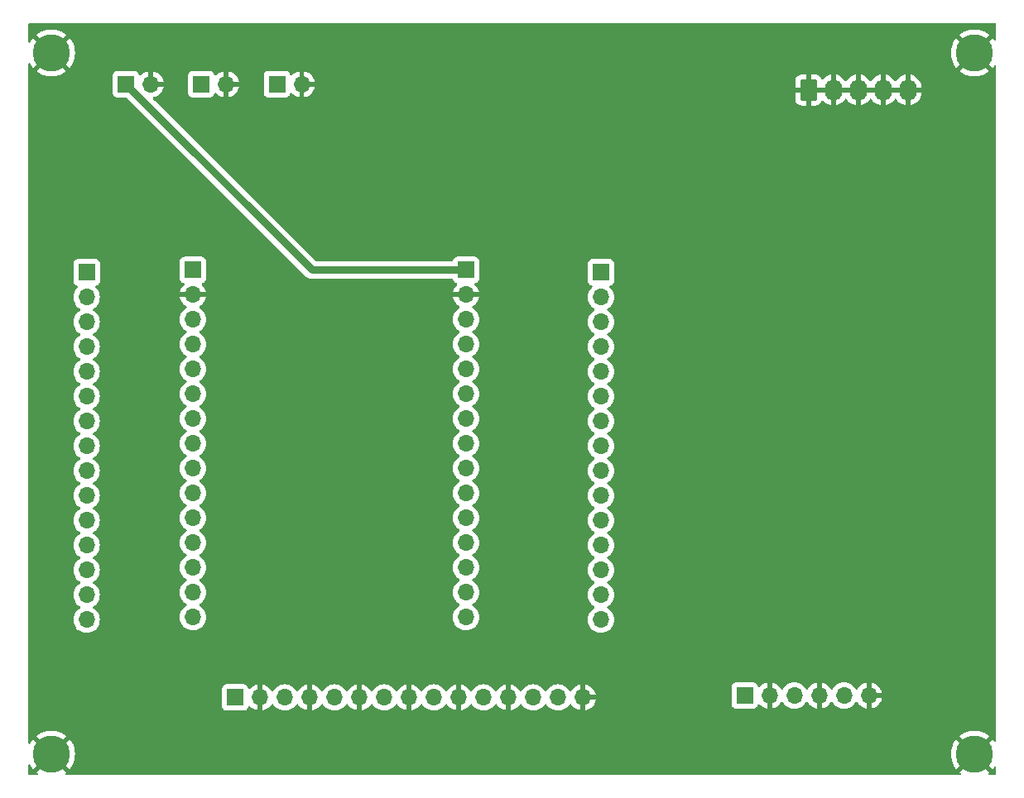
<source format=gbl>
%TF.GenerationSoftware,KiCad,Pcbnew,8.0.1*%
%TF.CreationDate,2025-03-03T18:06:42+00:00*%
%TF.ProjectId,Interpose,496e7465-7270-46f7-9365-2e6b69636164,V1*%
%TF.SameCoordinates,Original*%
%TF.FileFunction,Copper,L2,Bot*%
%TF.FilePolarity,Positive*%
%FSLAX46Y46*%
G04 Gerber Fmt 4.6, Leading zero omitted, Abs format (unit mm)*
G04 Created by KiCad (PCBNEW 8.0.1) date 2025-03-03 18:06:42*
%MOMM*%
%LPD*%
G01*
G04 APERTURE LIST*
G04 Aperture macros list*
%AMRoundRect*
0 Rectangle with rounded corners*
0 $1 Rounding radius*
0 $2 $3 $4 $5 $6 $7 $8 $9 X,Y pos of 4 corners*
0 Add a 4 corners polygon primitive as box body*
4,1,4,$2,$3,$4,$5,$6,$7,$8,$9,$2,$3,0*
0 Add four circle primitives for the rounded corners*
1,1,$1+$1,$2,$3*
1,1,$1+$1,$4,$5*
1,1,$1+$1,$6,$7*
1,1,$1+$1,$8,$9*
0 Add four rect primitives between the rounded corners*
20,1,$1+$1,$2,$3,$4,$5,0*
20,1,$1+$1,$4,$5,$6,$7,0*
20,1,$1+$1,$6,$7,$8,$9,0*
20,1,$1+$1,$8,$9,$2,$3,0*%
G04 Aperture macros list end*
%TA.AperFunction,ComponentPad*%
%ADD10R,1.700000X1.700000*%
%TD*%
%TA.AperFunction,ComponentPad*%
%ADD11O,1.700000X1.700000*%
%TD*%
%TA.AperFunction,ComponentPad*%
%ADD12C,3.800000*%
%TD*%
%TA.AperFunction,ComponentPad*%
%ADD13RoundRect,0.250000X-0.620000X-0.845000X0.620000X-0.845000X0.620000X0.845000X-0.620000X0.845000X0*%
%TD*%
%TA.AperFunction,ComponentPad*%
%ADD14O,1.740000X2.190000*%
%TD*%
%TA.AperFunction,ViaPad*%
%ADD15C,0.600000*%
%TD*%
%TA.AperFunction,Conductor*%
%ADD16C,0.800000*%
%TD*%
G04 APERTURE END LIST*
D10*
%TO.P,J5,1,Pin_1*%
%TO.N,+24V*%
X87190000Y-123400000D03*
D11*
%TO.P,J5,2,Pin_2*%
%TO.N,GND*%
X89730000Y-123400000D03*
%TO.P,J5,3,Pin_3*%
%TO.N,+24V*%
X92270000Y-123400000D03*
%TO.P,J5,4,Pin_4*%
%TO.N,GND*%
X94810000Y-123400000D03*
%TO.P,J5,5,Pin_5*%
%TO.N,+24V*%
X97350000Y-123400000D03*
%TO.P,J5,6,Pin_6*%
%TO.N,GND*%
X99890000Y-123400000D03*
%TO.P,J5,7,Pin_7*%
%TO.N,+24V*%
X102430000Y-123400000D03*
%TO.P,J5,8,Pin_8*%
%TO.N,GND*%
X104970000Y-123400000D03*
%TO.P,J5,9,Pin_9*%
%TO.N,+24V*%
X107510000Y-123400000D03*
%TO.P,J5,10,Pin_10*%
%TO.N,GND*%
X110050000Y-123400000D03*
%TO.P,J5,11,Pin_11*%
%TO.N,+24V*%
X112590000Y-123400000D03*
%TO.P,J5,12,Pin_12*%
%TO.N,GND*%
X115130000Y-123400000D03*
%TO.P,J5,13,Pin_13*%
%TO.N,+24V*%
X117670000Y-123400000D03*
%TO.P,J5,14,Pin_14*%
X120210000Y-123400000D03*
%TO.P,J5,15,Pin_15*%
%TO.N,GND*%
X122750000Y-123400000D03*
%TD*%
D10*
%TO.P,J8,1,Pin_1*%
%TO.N,/3V3*%
X72000000Y-79875000D03*
D11*
%TO.P,J8,2,Pin_2*%
%TO.N,unconnected-(J8-Pin_2-Pad2)*%
X72000000Y-82415000D03*
%TO.P,J8,3,Pin_3*%
%TO.N,/D15*%
X72000000Y-84955000D03*
%TO.P,J8,4,Pin_4*%
%TO.N,/D2*%
X72000000Y-87495000D03*
%TO.P,J8,5,Pin_5*%
%TO.N,/D4*%
X72000000Y-90035000D03*
%TO.P,J8,6,Pin_6*%
%TO.N,/RX2*%
X72000000Y-92575000D03*
%TO.P,J8,7,Pin_7*%
%TO.N,/TX2*%
X72000000Y-95115000D03*
%TO.P,J8,8,Pin_8*%
%TO.N,/D5*%
X72000000Y-97655000D03*
%TO.P,J8,9,Pin_9*%
%TO.N,/D18*%
X72000000Y-100195000D03*
%TO.P,J8,10,Pin_10*%
%TO.N,/D19*%
X72000000Y-102735000D03*
%TO.P,J8,11,Pin_11*%
%TO.N,/D21*%
X72000000Y-105275000D03*
%TO.P,J8,12,Pin_12*%
%TO.N,/RX0*%
X72000000Y-107815000D03*
%TO.P,J8,13,Pin_13*%
%TO.N,/TX0*%
X72000000Y-110355000D03*
%TO.P,J8,14,Pin_14*%
%TO.N,/D22*%
X72000000Y-112895000D03*
%TO.P,J8,15,Pin_15*%
%TO.N,/D23*%
X72000000Y-115435000D03*
%TD*%
D12*
%TO.P,H2,1,1*%
%TO.N,GND*%
X162800000Y-57404000D03*
%TD*%
%TO.P,H3,1,1*%
%TO.N,GND*%
X68400000Y-129200000D03*
%TD*%
D10*
%TO.P,J2,1,Pin_1*%
%TO.N,+24V*%
X83725000Y-60600000D03*
D11*
%TO.P,J2,2,Pin_2*%
%TO.N,GND*%
X86265000Y-60600000D03*
%TD*%
D12*
%TO.P,H4,1,1*%
%TO.N,GND*%
X162800000Y-129200000D03*
%TD*%
D10*
%TO.P,J7,1,Pin_1*%
%TO.N,+3V3*%
X110800000Y-79625000D03*
D11*
%TO.P,J7,2,Pin_2*%
%TO.N,GND*%
X110800000Y-82165000D03*
%TO.P,J7,3,Pin_3*%
%TO.N,/D13*%
X110800000Y-84705000D03*
%TO.P,J7,4,Pin_4*%
%TO.N,/D12*%
X110800000Y-87245000D03*
%TO.P,J7,5,Pin_5*%
%TO.N,/D14*%
X110800000Y-89785000D03*
%TO.P,J7,6,Pin_6*%
%TO.N,/D27*%
X110800000Y-92325000D03*
%TO.P,J7,7,Pin_7*%
%TO.N,/D26*%
X110800000Y-94865000D03*
%TO.P,J7,8,Pin_8*%
%TO.N,/D25*%
X110800000Y-97405000D03*
%TO.P,J7,9,Pin_9*%
%TO.N,/D33*%
X110800000Y-99945000D03*
%TO.P,J7,10,Pin_10*%
%TO.N,/D32*%
X110800000Y-102485000D03*
%TO.P,J7,11,Pin_11*%
%TO.N,/D35*%
X110800000Y-105025000D03*
%TO.P,J7,12,Pin_12*%
%TO.N,/D34*%
X110800000Y-107565000D03*
%TO.P,J7,13,Pin_13*%
%TO.N,/VN*%
X110800000Y-110105000D03*
%TO.P,J7,14,Pin_14*%
%TO.N,/VP*%
X110800000Y-112645000D03*
%TO.P,J7,15,Pin_15*%
%TO.N,/EN*%
X110800000Y-115185000D03*
%TD*%
D10*
%TO.P,J10,1,Pin_1*%
%TO.N,+12V*%
X139300000Y-123204000D03*
D11*
%TO.P,J10,2,Pin_2*%
%TO.N,GND*%
X141840000Y-123204000D03*
%TO.P,J10,3,Pin_3*%
%TO.N,+12V*%
X144380000Y-123204000D03*
%TO.P,J10,4,Pin_4*%
%TO.N,GND*%
X146920000Y-123204000D03*
%TO.P,J10,5,Pin_5*%
%TO.N,+12V*%
X149460000Y-123204000D03*
%TO.P,J10,6,Pin_6*%
%TO.N,GND*%
X152000000Y-123204000D03*
%TD*%
D10*
%TO.P,J6,1,Pin_1*%
%TO.N,/3V3*%
X82880000Y-79625000D03*
D11*
%TO.P,J6,2,Pin_2*%
%TO.N,GND*%
X82880000Y-82165000D03*
%TO.P,J6,3,Pin_3*%
%TO.N,/D15*%
X82880000Y-84705000D03*
%TO.P,J6,4,Pin_4*%
%TO.N,/D2*%
X82880000Y-87245000D03*
%TO.P,J6,5,Pin_5*%
%TO.N,/D4*%
X82880000Y-89785000D03*
%TO.P,J6,6,Pin_6*%
%TO.N,/RX2*%
X82880000Y-92325000D03*
%TO.P,J6,7,Pin_7*%
%TO.N,/TX2*%
X82880000Y-94865000D03*
%TO.P,J6,8,Pin_8*%
%TO.N,/D5*%
X82880000Y-97405000D03*
%TO.P,J6,9,Pin_9*%
%TO.N,/D18*%
X82880000Y-99945000D03*
%TO.P,J6,10,Pin_10*%
%TO.N,/D19*%
X82880000Y-102485000D03*
%TO.P,J6,11,Pin_11*%
%TO.N,/D21*%
X82880000Y-105025000D03*
%TO.P,J6,12,Pin_12*%
%TO.N,/RX0*%
X82880000Y-107565000D03*
%TO.P,J6,13,Pin_13*%
%TO.N,/TX0*%
X82880000Y-110105000D03*
%TO.P,J6,14,Pin_14*%
%TO.N,/D22*%
X82880000Y-112645000D03*
%TO.P,J6,15,Pin_15*%
%TO.N,/D23*%
X82880000Y-115185000D03*
%TD*%
D10*
%TO.P,J1,1,Pin_1*%
%TO.N,+3V3*%
X76000000Y-60600000D03*
D11*
%TO.P,J1,2,Pin_2*%
%TO.N,GND*%
X78540000Y-60600000D03*
%TD*%
D12*
%TO.P,H1,1,1*%
%TO.N,GND*%
X68400000Y-57404000D03*
%TD*%
D13*
%TO.P,J4,1,Pin_1*%
%TO.N,GND*%
X145840000Y-61200000D03*
D14*
%TO.P,J4,2,Pin_2*%
X148380000Y-61200000D03*
%TO.P,J4,3,Pin_3*%
X150920000Y-61200000D03*
%TO.P,J4,4,Pin_4*%
X153460000Y-61200000D03*
%TO.P,J4,5,Pin_5*%
X156000000Y-61200000D03*
%TD*%
D10*
%TO.P,J9,1,Pin_1*%
%TO.N,unconnected-(J9-Pin_1-Pad1)*%
X124600000Y-79875000D03*
D11*
%TO.P,J9,2,Pin_2*%
%TO.N,unconnected-(J9-Pin_2-Pad2)*%
X124600000Y-82415000D03*
%TO.P,J9,3,Pin_3*%
%TO.N,/D13*%
X124600000Y-84955000D03*
%TO.P,J9,4,Pin_4*%
%TO.N,/D12*%
X124600000Y-87495000D03*
%TO.P,J9,5,Pin_5*%
%TO.N,/D14*%
X124600000Y-90035000D03*
%TO.P,J9,6,Pin_6*%
%TO.N,/D27*%
X124600000Y-92575000D03*
%TO.P,J9,7,Pin_7*%
%TO.N,/D26*%
X124600000Y-95115000D03*
%TO.P,J9,8,Pin_8*%
%TO.N,/D25*%
X124600000Y-97655000D03*
%TO.P,J9,9,Pin_9*%
%TO.N,/D33*%
X124600000Y-100195000D03*
%TO.P,J9,10,Pin_10*%
%TO.N,/D32*%
X124600000Y-102735000D03*
%TO.P,J9,11,Pin_11*%
%TO.N,/D35*%
X124600000Y-105275000D03*
%TO.P,J9,12,Pin_12*%
%TO.N,/D34*%
X124600000Y-107815000D03*
%TO.P,J9,13,Pin_13*%
%TO.N,/VN*%
X124600000Y-110355000D03*
%TO.P,J9,14,Pin_14*%
%TO.N,/VP*%
X124600000Y-112895000D03*
%TO.P,J9,15,Pin_15*%
%TO.N,/EN*%
X124600000Y-115435000D03*
%TD*%
D10*
%TO.P,J3,1,Pin_1*%
%TO.N,+12V*%
X91460000Y-60600000D03*
D11*
%TO.P,J3,2,Pin_2*%
%TO.N,GND*%
X94000000Y-60600000D03*
%TD*%
D15*
%TO.N,GND*%
X119870100Y-61200000D03*
X151498500Y-127603500D03*
X140004300Y-127603500D03*
X93000000Y-63884900D03*
X92852500Y-129502700D03*
X101673100Y-129515200D03*
X110618800Y-129452700D03*
X123737500Y-129427700D03*
X88129900Y-63884900D03*
X114915900Y-80556800D03*
X117006300Y-130907000D03*
X129025300Y-64148400D03*
X137636000Y-61200000D03*
X145751400Y-127603500D03*
%TD*%
D16*
%TO.N,+3V3*%
X95025000Y-79625000D02*
X76000000Y-60600000D01*
X110800000Y-79625000D02*
X95025000Y-79625000D01*
%TD*%
%TA.AperFunction,Conductor*%
%TO.N,GND*%
G36*
X67560967Y-129916602D02*
G01*
X67683398Y-130039033D01*
X67817262Y-130136290D01*
X66886564Y-131066987D01*
X66886565Y-131066989D01*
X66963908Y-131123182D01*
X67006574Y-131178512D01*
X67012553Y-131248125D01*
X66979947Y-131309920D01*
X66919109Y-131344277D01*
X66891023Y-131347500D01*
X66156500Y-131347500D01*
X66089461Y-131327815D01*
X66043706Y-131275011D01*
X66032500Y-131223500D01*
X66032500Y-130360272D01*
X66052185Y-130293233D01*
X66104989Y-130247478D01*
X66174147Y-130237534D01*
X66237703Y-130266559D01*
X66268699Y-130307476D01*
X66292707Y-130358497D01*
X66454516Y-130613469D01*
X66535311Y-130711133D01*
X67463708Y-129782736D01*
X67560967Y-129916602D01*
G37*
%TD.AperFunction*%
%TA.AperFunction,Conductor*%
G36*
X147825548Y-60970339D02*
G01*
X147785000Y-61121667D01*
X147785000Y-61278333D01*
X147825548Y-61429661D01*
X147837291Y-61450000D01*
X146382709Y-61450000D01*
X146394452Y-61429661D01*
X146435000Y-61278333D01*
X146435000Y-61121667D01*
X146394452Y-60970339D01*
X146382709Y-60950000D01*
X147837291Y-60950000D01*
X147825548Y-60970339D01*
G37*
%TD.AperFunction*%
%TA.AperFunction,Conductor*%
G36*
X150365548Y-60970339D02*
G01*
X150325000Y-61121667D01*
X150325000Y-61278333D01*
X150365548Y-61429661D01*
X150377291Y-61450000D01*
X148922709Y-61450000D01*
X148934452Y-61429661D01*
X148975000Y-61278333D01*
X148975000Y-61121667D01*
X148934452Y-60970339D01*
X148922709Y-60950000D01*
X150377291Y-60950000D01*
X150365548Y-60970339D01*
G37*
%TD.AperFunction*%
%TA.AperFunction,Conductor*%
G36*
X152905548Y-60970339D02*
G01*
X152865000Y-61121667D01*
X152865000Y-61278333D01*
X152905548Y-61429661D01*
X152917291Y-61450000D01*
X151462709Y-61450000D01*
X151474452Y-61429661D01*
X151515000Y-61278333D01*
X151515000Y-61121667D01*
X151474452Y-60970339D01*
X151462709Y-60950000D01*
X152917291Y-60950000D01*
X152905548Y-60970339D01*
G37*
%TD.AperFunction*%
%TA.AperFunction,Conductor*%
G36*
X155445548Y-60970339D02*
G01*
X155405000Y-61121667D01*
X155405000Y-61278333D01*
X155445548Y-61429661D01*
X155457291Y-61450000D01*
X154002709Y-61450000D01*
X154014452Y-61429661D01*
X154055000Y-61278333D01*
X154055000Y-61121667D01*
X154014452Y-60970339D01*
X154002709Y-60950000D01*
X155457291Y-60950000D01*
X155445548Y-60970339D01*
G37*
%TD.AperFunction*%
%TA.AperFunction,Conductor*%
G36*
X164974539Y-54368185D02*
G01*
X165020294Y-54420989D01*
X165031500Y-54472500D01*
X165031500Y-56014410D01*
X165011815Y-56081449D01*
X164959011Y-56127204D01*
X164889853Y-56137148D01*
X164826297Y-56108123D01*
X164802803Y-56080852D01*
X164745483Y-55990530D01*
X164664686Y-55892864D01*
X163736289Y-56821261D01*
X163639033Y-56687398D01*
X163516602Y-56564967D01*
X163382736Y-56467709D01*
X164313434Y-55537011D01*
X164313433Y-55537009D01*
X164088538Y-55373614D01*
X164088520Y-55373602D01*
X163823890Y-55228121D01*
X163823882Y-55228117D01*
X163543110Y-55116952D01*
X163543107Y-55116951D01*
X163250600Y-55041849D01*
X162951004Y-55004000D01*
X162648995Y-55004000D01*
X162349399Y-55041849D01*
X162056892Y-55116951D01*
X162056889Y-55116952D01*
X161776117Y-55228117D01*
X161776109Y-55228121D01*
X161511476Y-55373604D01*
X161511471Y-55373607D01*
X161286565Y-55537010D01*
X161286564Y-55537011D01*
X162217262Y-56467709D01*
X162083398Y-56564967D01*
X161960967Y-56687398D01*
X161863709Y-56821262D01*
X160935311Y-55892864D01*
X160854520Y-55990525D01*
X160854518Y-55990528D01*
X160692707Y-56245502D01*
X160692704Y-56245508D01*
X160564127Y-56518747D01*
X160564125Y-56518752D01*
X160470805Y-56805959D01*
X160414216Y-57102609D01*
X160414215Y-57102616D01*
X160395255Y-57403994D01*
X160395255Y-57404005D01*
X160414215Y-57705383D01*
X160414216Y-57705390D01*
X160470805Y-58002040D01*
X160564125Y-58289247D01*
X160564127Y-58289252D01*
X160692704Y-58562491D01*
X160692707Y-58562497D01*
X160854516Y-58817469D01*
X160935311Y-58915133D01*
X161863708Y-57986736D01*
X161960967Y-58120602D01*
X162083398Y-58243033D01*
X162217262Y-58340290D01*
X161286564Y-59270987D01*
X161286565Y-59270989D01*
X161511461Y-59434385D01*
X161511479Y-59434397D01*
X161776109Y-59579878D01*
X161776117Y-59579882D01*
X162056889Y-59691047D01*
X162056892Y-59691048D01*
X162349399Y-59766150D01*
X162648995Y-59803999D01*
X162649007Y-59804000D01*
X162950993Y-59804000D01*
X162951004Y-59803999D01*
X163250600Y-59766150D01*
X163543107Y-59691048D01*
X163543110Y-59691047D01*
X163823882Y-59579882D01*
X163823890Y-59579878D01*
X164088520Y-59434397D01*
X164088530Y-59434390D01*
X164313433Y-59270987D01*
X164313434Y-59270987D01*
X163382737Y-58340290D01*
X163516602Y-58243033D01*
X163639033Y-58120602D01*
X163736290Y-57986737D01*
X164664687Y-58915134D01*
X164745486Y-58817464D01*
X164802803Y-58727147D01*
X164855344Y-58681091D01*
X164924445Y-58670752D01*
X164988166Y-58699413D01*
X165026275Y-58757974D01*
X165031500Y-58793589D01*
X165031500Y-127810410D01*
X165011815Y-127877449D01*
X164959011Y-127923204D01*
X164889853Y-127933148D01*
X164826297Y-127904123D01*
X164802803Y-127876852D01*
X164745483Y-127786530D01*
X164664686Y-127688864D01*
X163736289Y-128617261D01*
X163639033Y-128483398D01*
X163516602Y-128360967D01*
X163382736Y-128263709D01*
X164313434Y-127333011D01*
X164313433Y-127333009D01*
X164088538Y-127169614D01*
X164088520Y-127169602D01*
X163823890Y-127024121D01*
X163823882Y-127024117D01*
X163543110Y-126912952D01*
X163543107Y-126912951D01*
X163250600Y-126837849D01*
X162951004Y-126800000D01*
X162648995Y-126800000D01*
X162349399Y-126837849D01*
X162056892Y-126912951D01*
X162056889Y-126912952D01*
X161776117Y-127024117D01*
X161776109Y-127024121D01*
X161511476Y-127169604D01*
X161511471Y-127169607D01*
X161286565Y-127333010D01*
X161286564Y-127333011D01*
X162217262Y-128263709D01*
X162083398Y-128360967D01*
X161960967Y-128483398D01*
X161863709Y-128617262D01*
X160935311Y-127688864D01*
X160854520Y-127786525D01*
X160854518Y-127786528D01*
X160692707Y-128041502D01*
X160692704Y-128041508D01*
X160564127Y-128314747D01*
X160564125Y-128314752D01*
X160470805Y-128601959D01*
X160414216Y-128898609D01*
X160414215Y-128898616D01*
X160395255Y-129199994D01*
X160395255Y-129200005D01*
X160414215Y-129501383D01*
X160414216Y-129501390D01*
X160470805Y-129798040D01*
X160564125Y-130085247D01*
X160564127Y-130085252D01*
X160692704Y-130358491D01*
X160692707Y-130358497D01*
X160854516Y-130613469D01*
X160935311Y-130711133D01*
X161863708Y-129782736D01*
X161960967Y-129916602D01*
X162083398Y-130039033D01*
X162217262Y-130136290D01*
X161286564Y-131066987D01*
X161286565Y-131066989D01*
X161363908Y-131123182D01*
X161406574Y-131178512D01*
X161412553Y-131248125D01*
X161379947Y-131309920D01*
X161319109Y-131344277D01*
X161291023Y-131347500D01*
X69908976Y-131347500D01*
X69841937Y-131327815D01*
X69796182Y-131275011D01*
X69786238Y-131205853D01*
X69815263Y-131142297D01*
X69836090Y-131123182D01*
X69913433Y-131066987D01*
X69913434Y-131066987D01*
X68982737Y-130136290D01*
X69116602Y-130039033D01*
X69239033Y-129916602D01*
X69336290Y-129782737D01*
X70264687Y-130711134D01*
X70345486Y-130613464D01*
X70507292Y-130358497D01*
X70507295Y-130358491D01*
X70635872Y-130085252D01*
X70635874Y-130085247D01*
X70729194Y-129798040D01*
X70785783Y-129501390D01*
X70785784Y-129501383D01*
X70804745Y-129200005D01*
X70804745Y-129199994D01*
X70785784Y-128898616D01*
X70785783Y-128898609D01*
X70729194Y-128601959D01*
X70635874Y-128314752D01*
X70635872Y-128314747D01*
X70507295Y-128041508D01*
X70507292Y-128041502D01*
X70345483Y-127786530D01*
X70264686Y-127688864D01*
X69336289Y-128617261D01*
X69239033Y-128483398D01*
X69116602Y-128360967D01*
X68982736Y-128263709D01*
X69913434Y-127333011D01*
X69913433Y-127333009D01*
X69688538Y-127169614D01*
X69688520Y-127169602D01*
X69423890Y-127024121D01*
X69423882Y-127024117D01*
X69143110Y-126912952D01*
X69143107Y-126912951D01*
X68850600Y-126837849D01*
X68551004Y-126800000D01*
X68248995Y-126800000D01*
X67949399Y-126837849D01*
X67656892Y-126912951D01*
X67656889Y-126912952D01*
X67376117Y-127024117D01*
X67376109Y-127024121D01*
X67111476Y-127169604D01*
X67111471Y-127169607D01*
X66886565Y-127333010D01*
X66886564Y-127333011D01*
X67817262Y-128263709D01*
X67683398Y-128360967D01*
X67560967Y-128483398D01*
X67463709Y-128617262D01*
X66535311Y-127688864D01*
X66454520Y-127786525D01*
X66454518Y-127786528D01*
X66292707Y-128041502D01*
X66292704Y-128041508D01*
X66268698Y-128092524D01*
X66222343Y-128144802D01*
X66155083Y-128163719D01*
X66088273Y-128143270D01*
X66043124Y-128089946D01*
X66032500Y-128039727D01*
X66032500Y-124297870D01*
X85839500Y-124297870D01*
X85839501Y-124297876D01*
X85845908Y-124357483D01*
X85896202Y-124492328D01*
X85896206Y-124492335D01*
X85982452Y-124607544D01*
X85982455Y-124607547D01*
X86097664Y-124693793D01*
X86097671Y-124693797D01*
X86232517Y-124744091D01*
X86232516Y-124744091D01*
X86239444Y-124744835D01*
X86292127Y-124750500D01*
X88087872Y-124750499D01*
X88147483Y-124744091D01*
X88282331Y-124693796D01*
X88397546Y-124607546D01*
X88483796Y-124492331D01*
X88533002Y-124360401D01*
X88574872Y-124304468D01*
X88640337Y-124280050D01*
X88708610Y-124294901D01*
X88736865Y-124316053D01*
X88858917Y-124438105D01*
X89052421Y-124573600D01*
X89266507Y-124673429D01*
X89266516Y-124673433D01*
X89480000Y-124730634D01*
X89480000Y-123833012D01*
X89537007Y-123865925D01*
X89664174Y-123900000D01*
X89795826Y-123900000D01*
X89922993Y-123865925D01*
X89980000Y-123833012D01*
X89980000Y-124730633D01*
X90193483Y-124673433D01*
X90193492Y-124673429D01*
X90407578Y-124573600D01*
X90601082Y-124438105D01*
X90768105Y-124271082D01*
X90898119Y-124085405D01*
X90952696Y-124041781D01*
X91022195Y-124034588D01*
X91084549Y-124066110D01*
X91101269Y-124085405D01*
X91231505Y-124271401D01*
X91398599Y-124438495D01*
X91483285Y-124497793D01*
X91592165Y-124574032D01*
X91592167Y-124574033D01*
X91592170Y-124574035D01*
X91806337Y-124673903D01*
X92034592Y-124735063D01*
X92211034Y-124750500D01*
X92269999Y-124755659D01*
X92270000Y-124755659D01*
X92270001Y-124755659D01*
X92328966Y-124750500D01*
X92505408Y-124735063D01*
X92733663Y-124673903D01*
X92947830Y-124574035D01*
X93141401Y-124438495D01*
X93308495Y-124271401D01*
X93438730Y-124085405D01*
X93493307Y-124041781D01*
X93562805Y-124034587D01*
X93625160Y-124066110D01*
X93641879Y-124085405D01*
X93771890Y-124271078D01*
X93938917Y-124438105D01*
X94132421Y-124573600D01*
X94346507Y-124673429D01*
X94346516Y-124673433D01*
X94560000Y-124730634D01*
X94560000Y-123833012D01*
X94617007Y-123865925D01*
X94744174Y-123900000D01*
X94875826Y-123900000D01*
X95002993Y-123865925D01*
X95060000Y-123833012D01*
X95060000Y-124730633D01*
X95273483Y-124673433D01*
X95273492Y-124673429D01*
X95487578Y-124573600D01*
X95681082Y-124438105D01*
X95848105Y-124271082D01*
X95978119Y-124085405D01*
X96032696Y-124041781D01*
X96102195Y-124034588D01*
X96164549Y-124066110D01*
X96181269Y-124085405D01*
X96311505Y-124271401D01*
X96478599Y-124438495D01*
X96563285Y-124497793D01*
X96672165Y-124574032D01*
X96672167Y-124574033D01*
X96672170Y-124574035D01*
X96886337Y-124673903D01*
X97114592Y-124735063D01*
X97291034Y-124750500D01*
X97349999Y-124755659D01*
X97350000Y-124755659D01*
X97350001Y-124755659D01*
X97408966Y-124750500D01*
X97585408Y-124735063D01*
X97813663Y-124673903D01*
X98027830Y-124574035D01*
X98221401Y-124438495D01*
X98388495Y-124271401D01*
X98518730Y-124085405D01*
X98573307Y-124041781D01*
X98642805Y-124034587D01*
X98705160Y-124066110D01*
X98721879Y-124085405D01*
X98851890Y-124271078D01*
X99018917Y-124438105D01*
X99212421Y-124573600D01*
X99426507Y-124673429D01*
X99426516Y-124673433D01*
X99640000Y-124730634D01*
X99640000Y-123833012D01*
X99697007Y-123865925D01*
X99824174Y-123900000D01*
X99955826Y-123900000D01*
X100082993Y-123865925D01*
X100140000Y-123833012D01*
X100140000Y-124730633D01*
X100353483Y-124673433D01*
X100353492Y-124673429D01*
X100567578Y-124573600D01*
X100761082Y-124438105D01*
X100928105Y-124271082D01*
X101058119Y-124085405D01*
X101112696Y-124041781D01*
X101182195Y-124034588D01*
X101244549Y-124066110D01*
X101261269Y-124085405D01*
X101391505Y-124271401D01*
X101558599Y-124438495D01*
X101643285Y-124497793D01*
X101752165Y-124574032D01*
X101752167Y-124574033D01*
X101752170Y-124574035D01*
X101966337Y-124673903D01*
X102194592Y-124735063D01*
X102371034Y-124750500D01*
X102429999Y-124755659D01*
X102430000Y-124755659D01*
X102430001Y-124755659D01*
X102488966Y-124750500D01*
X102665408Y-124735063D01*
X102893663Y-124673903D01*
X103107830Y-124574035D01*
X103301401Y-124438495D01*
X103468495Y-124271401D01*
X103598730Y-124085405D01*
X103653307Y-124041781D01*
X103722805Y-124034587D01*
X103785160Y-124066110D01*
X103801879Y-124085405D01*
X103931890Y-124271078D01*
X104098917Y-124438105D01*
X104292421Y-124573600D01*
X104506507Y-124673429D01*
X104506516Y-124673433D01*
X104720000Y-124730634D01*
X104720000Y-123833012D01*
X104777007Y-123865925D01*
X104904174Y-123900000D01*
X105035826Y-123900000D01*
X105162993Y-123865925D01*
X105220000Y-123833012D01*
X105220000Y-124730633D01*
X105433483Y-124673433D01*
X105433492Y-124673429D01*
X105647578Y-124573600D01*
X105841082Y-124438105D01*
X106008105Y-124271082D01*
X106138119Y-124085405D01*
X106192696Y-124041781D01*
X106262195Y-124034588D01*
X106324549Y-124066110D01*
X106341269Y-124085405D01*
X106471505Y-124271401D01*
X106638599Y-124438495D01*
X106723285Y-124497793D01*
X106832165Y-124574032D01*
X106832167Y-124574033D01*
X106832170Y-124574035D01*
X107046337Y-124673903D01*
X107274592Y-124735063D01*
X107451034Y-124750500D01*
X107509999Y-124755659D01*
X107510000Y-124755659D01*
X107510001Y-124755659D01*
X107568966Y-124750500D01*
X107745408Y-124735063D01*
X107973663Y-124673903D01*
X108187830Y-124574035D01*
X108381401Y-124438495D01*
X108548495Y-124271401D01*
X108678730Y-124085405D01*
X108733307Y-124041781D01*
X108802805Y-124034587D01*
X108865160Y-124066110D01*
X108881879Y-124085405D01*
X109011890Y-124271078D01*
X109178917Y-124438105D01*
X109372421Y-124573600D01*
X109586507Y-124673429D01*
X109586516Y-124673433D01*
X109800000Y-124730634D01*
X109800000Y-123833012D01*
X109857007Y-123865925D01*
X109984174Y-123900000D01*
X110115826Y-123900000D01*
X110242993Y-123865925D01*
X110300000Y-123833012D01*
X110300000Y-124730634D01*
X110513483Y-124673433D01*
X110513492Y-124673429D01*
X110727578Y-124573600D01*
X110921082Y-124438105D01*
X111088105Y-124271082D01*
X111218119Y-124085405D01*
X111272696Y-124041781D01*
X111342195Y-124034588D01*
X111404549Y-124066110D01*
X111421269Y-124085405D01*
X111551505Y-124271401D01*
X111718599Y-124438495D01*
X111803285Y-124497793D01*
X111912165Y-124574032D01*
X111912167Y-124574033D01*
X111912170Y-124574035D01*
X112126337Y-124673903D01*
X112354592Y-124735063D01*
X112531034Y-124750500D01*
X112589999Y-124755659D01*
X112590000Y-124755659D01*
X112590001Y-124755659D01*
X112648966Y-124750500D01*
X112825408Y-124735063D01*
X113053663Y-124673903D01*
X113267830Y-124574035D01*
X113461401Y-124438495D01*
X113628495Y-124271401D01*
X113758730Y-124085405D01*
X113813307Y-124041781D01*
X113882805Y-124034587D01*
X113945160Y-124066110D01*
X113961879Y-124085405D01*
X114091890Y-124271078D01*
X114258917Y-124438105D01*
X114452421Y-124573600D01*
X114666507Y-124673429D01*
X114666516Y-124673433D01*
X114880000Y-124730634D01*
X114880000Y-123833012D01*
X114937007Y-123865925D01*
X115064174Y-123900000D01*
X115195826Y-123900000D01*
X115322993Y-123865925D01*
X115380000Y-123833012D01*
X115380000Y-124730633D01*
X115593483Y-124673433D01*
X115593492Y-124673429D01*
X115807578Y-124573600D01*
X116001082Y-124438105D01*
X116168105Y-124271082D01*
X116298119Y-124085405D01*
X116352696Y-124041781D01*
X116422195Y-124034588D01*
X116484549Y-124066110D01*
X116501269Y-124085405D01*
X116631505Y-124271401D01*
X116798599Y-124438495D01*
X116883285Y-124497793D01*
X116992165Y-124574032D01*
X116992167Y-124574033D01*
X116992170Y-124574035D01*
X117206337Y-124673903D01*
X117434592Y-124735063D01*
X117611034Y-124750500D01*
X117669999Y-124755659D01*
X117670000Y-124755659D01*
X117670001Y-124755659D01*
X117728966Y-124750500D01*
X117905408Y-124735063D01*
X118133663Y-124673903D01*
X118347830Y-124574035D01*
X118541401Y-124438495D01*
X118708495Y-124271401D01*
X118838425Y-124085842D01*
X118893002Y-124042217D01*
X118962500Y-124035023D01*
X119024855Y-124066546D01*
X119041575Y-124085842D01*
X119171281Y-124271082D01*
X119171505Y-124271401D01*
X119338599Y-124438495D01*
X119423285Y-124497793D01*
X119532165Y-124574032D01*
X119532167Y-124574033D01*
X119532170Y-124574035D01*
X119746337Y-124673903D01*
X119974592Y-124735063D01*
X120151034Y-124750500D01*
X120209999Y-124755659D01*
X120210000Y-124755659D01*
X120210001Y-124755659D01*
X120268966Y-124750500D01*
X120445408Y-124735063D01*
X120673663Y-124673903D01*
X120887830Y-124574035D01*
X121081401Y-124438495D01*
X121248495Y-124271401D01*
X121378730Y-124085405D01*
X121433307Y-124041781D01*
X121502805Y-124034587D01*
X121565160Y-124066110D01*
X121581879Y-124085405D01*
X121711890Y-124271078D01*
X121878917Y-124438105D01*
X122072421Y-124573600D01*
X122286507Y-124673429D01*
X122286516Y-124673433D01*
X122500000Y-124730634D01*
X122500000Y-123833012D01*
X122557007Y-123865925D01*
X122684174Y-123900000D01*
X122815826Y-123900000D01*
X122942993Y-123865925D01*
X123000000Y-123833012D01*
X123000000Y-124730633D01*
X123213483Y-124673433D01*
X123213492Y-124673429D01*
X123427578Y-124573600D01*
X123621082Y-124438105D01*
X123788105Y-124271082D01*
X123906590Y-124101870D01*
X137949500Y-124101870D01*
X137949501Y-124101876D01*
X137955908Y-124161483D01*
X138006202Y-124296328D01*
X138006206Y-124296335D01*
X138092452Y-124411544D01*
X138092455Y-124411547D01*
X138207664Y-124497793D01*
X138207671Y-124497797D01*
X138342517Y-124548091D01*
X138342516Y-124548091D01*
X138349444Y-124548835D01*
X138402127Y-124554500D01*
X140197872Y-124554499D01*
X140257483Y-124548091D01*
X140392331Y-124497796D01*
X140507546Y-124411546D01*
X140593796Y-124296331D01*
X140643002Y-124164401D01*
X140684872Y-124108468D01*
X140750337Y-124084050D01*
X140818610Y-124098901D01*
X140846865Y-124120053D01*
X140968917Y-124242105D01*
X141162421Y-124377600D01*
X141376507Y-124477429D01*
X141376516Y-124477433D01*
X141590000Y-124534634D01*
X141590000Y-123637012D01*
X141647007Y-123669925D01*
X141774174Y-123704000D01*
X141905826Y-123704000D01*
X142032993Y-123669925D01*
X142090000Y-123637012D01*
X142090000Y-124534633D01*
X142303483Y-124477433D01*
X142303492Y-124477429D01*
X142517578Y-124377600D01*
X142711082Y-124242105D01*
X142878105Y-124075082D01*
X143008119Y-123889405D01*
X143062696Y-123845781D01*
X143132195Y-123838588D01*
X143194549Y-123870110D01*
X143211269Y-123889405D01*
X143341505Y-124075401D01*
X143508599Y-124242495D01*
X143587687Y-124297873D01*
X143702165Y-124378032D01*
X143702167Y-124378033D01*
X143702170Y-124378035D01*
X143916337Y-124477903D01*
X144144592Y-124539063D01*
X144321034Y-124554500D01*
X144379999Y-124559659D01*
X144380000Y-124559659D01*
X144380001Y-124559659D01*
X144438966Y-124554500D01*
X144615408Y-124539063D01*
X144843663Y-124477903D01*
X145057830Y-124378035D01*
X145251401Y-124242495D01*
X145418495Y-124075401D01*
X145548730Y-123889405D01*
X145603307Y-123845781D01*
X145672805Y-123838587D01*
X145735160Y-123870110D01*
X145751879Y-123889405D01*
X145881890Y-124075078D01*
X146048917Y-124242105D01*
X146242421Y-124377600D01*
X146456507Y-124477429D01*
X146456516Y-124477433D01*
X146670000Y-124534634D01*
X146670000Y-123637012D01*
X146727007Y-123669925D01*
X146854174Y-123704000D01*
X146985826Y-123704000D01*
X147112993Y-123669925D01*
X147170000Y-123637012D01*
X147170000Y-124534633D01*
X147383483Y-124477433D01*
X147383492Y-124477429D01*
X147597578Y-124377600D01*
X147791082Y-124242105D01*
X147958105Y-124075082D01*
X148088119Y-123889405D01*
X148142696Y-123845781D01*
X148212195Y-123838588D01*
X148274549Y-123870110D01*
X148291269Y-123889405D01*
X148421505Y-124075401D01*
X148588599Y-124242495D01*
X148667687Y-124297873D01*
X148782165Y-124378032D01*
X148782167Y-124378033D01*
X148782170Y-124378035D01*
X148996337Y-124477903D01*
X149224592Y-124539063D01*
X149401034Y-124554500D01*
X149459999Y-124559659D01*
X149460000Y-124559659D01*
X149460001Y-124559659D01*
X149518966Y-124554500D01*
X149695408Y-124539063D01*
X149923663Y-124477903D01*
X150137830Y-124378035D01*
X150331401Y-124242495D01*
X150498495Y-124075401D01*
X150628730Y-123889405D01*
X150683307Y-123845781D01*
X150752805Y-123838587D01*
X150815160Y-123870110D01*
X150831879Y-123889405D01*
X150961890Y-124075078D01*
X151128917Y-124242105D01*
X151322421Y-124377600D01*
X151536507Y-124477429D01*
X151536516Y-124477433D01*
X151750000Y-124534634D01*
X151750000Y-123637012D01*
X151807007Y-123669925D01*
X151934174Y-123704000D01*
X152065826Y-123704000D01*
X152192993Y-123669925D01*
X152250000Y-123637012D01*
X152250000Y-124534633D01*
X152463483Y-124477433D01*
X152463492Y-124477429D01*
X152677578Y-124377600D01*
X152871082Y-124242105D01*
X153038105Y-124075082D01*
X153173600Y-123881578D01*
X153273429Y-123667492D01*
X153273432Y-123667486D01*
X153330636Y-123454000D01*
X152433012Y-123454000D01*
X152465925Y-123396993D01*
X152500000Y-123269826D01*
X152500000Y-123138174D01*
X152465925Y-123011007D01*
X152433012Y-122954000D01*
X153330636Y-122954000D01*
X153330635Y-122953999D01*
X153273432Y-122740513D01*
X153273429Y-122740507D01*
X153173600Y-122526422D01*
X153173599Y-122526420D01*
X153038113Y-122332926D01*
X153038108Y-122332920D01*
X152871082Y-122165894D01*
X152677578Y-122030399D01*
X152463492Y-121930570D01*
X152463486Y-121930567D01*
X152250000Y-121873364D01*
X152250000Y-122770988D01*
X152192993Y-122738075D01*
X152065826Y-122704000D01*
X151934174Y-122704000D01*
X151807007Y-122738075D01*
X151750000Y-122770988D01*
X151750000Y-121873364D01*
X151749999Y-121873364D01*
X151536513Y-121930567D01*
X151536507Y-121930570D01*
X151322422Y-122030399D01*
X151322420Y-122030400D01*
X151128926Y-122165886D01*
X151128920Y-122165891D01*
X150961891Y-122332920D01*
X150961890Y-122332922D01*
X150831880Y-122518595D01*
X150777303Y-122562219D01*
X150707804Y-122569412D01*
X150645450Y-122537890D01*
X150628730Y-122518594D01*
X150498494Y-122332597D01*
X150331402Y-122165506D01*
X150331395Y-122165501D01*
X150137834Y-122029967D01*
X150137830Y-122029965D01*
X150137828Y-122029964D01*
X149923663Y-121930097D01*
X149923659Y-121930096D01*
X149923655Y-121930094D01*
X149695413Y-121868938D01*
X149695403Y-121868936D01*
X149460001Y-121848341D01*
X149459999Y-121848341D01*
X149224596Y-121868936D01*
X149224586Y-121868938D01*
X148996344Y-121930094D01*
X148996335Y-121930098D01*
X148782171Y-122029964D01*
X148782169Y-122029965D01*
X148588597Y-122165505D01*
X148421508Y-122332594D01*
X148291269Y-122518595D01*
X148236692Y-122562219D01*
X148167193Y-122569412D01*
X148104839Y-122537890D01*
X148088119Y-122518594D01*
X147958113Y-122332926D01*
X147958108Y-122332920D01*
X147791082Y-122165894D01*
X147597578Y-122030399D01*
X147383492Y-121930570D01*
X147383486Y-121930567D01*
X147170000Y-121873364D01*
X147170000Y-122770988D01*
X147112993Y-122738075D01*
X146985826Y-122704000D01*
X146854174Y-122704000D01*
X146727007Y-122738075D01*
X146670000Y-122770988D01*
X146670000Y-121873364D01*
X146669999Y-121873364D01*
X146456513Y-121930567D01*
X146456507Y-121930570D01*
X146242422Y-122030399D01*
X146242420Y-122030400D01*
X146048926Y-122165886D01*
X146048920Y-122165891D01*
X145881891Y-122332920D01*
X145881890Y-122332922D01*
X145751880Y-122518595D01*
X145697303Y-122562219D01*
X145627804Y-122569412D01*
X145565450Y-122537890D01*
X145548730Y-122518594D01*
X145418494Y-122332597D01*
X145251402Y-122165506D01*
X145251395Y-122165501D01*
X145057834Y-122029967D01*
X145057830Y-122029965D01*
X145057828Y-122029964D01*
X144843663Y-121930097D01*
X144843659Y-121930096D01*
X144843655Y-121930094D01*
X144615413Y-121868938D01*
X144615403Y-121868936D01*
X144380001Y-121848341D01*
X144379999Y-121848341D01*
X144144596Y-121868936D01*
X144144586Y-121868938D01*
X143916344Y-121930094D01*
X143916335Y-121930098D01*
X143702171Y-122029964D01*
X143702169Y-122029965D01*
X143508597Y-122165505D01*
X143341508Y-122332594D01*
X143211269Y-122518595D01*
X143156692Y-122562219D01*
X143087193Y-122569412D01*
X143024839Y-122537890D01*
X143008119Y-122518594D01*
X142878113Y-122332926D01*
X142878108Y-122332920D01*
X142711082Y-122165894D01*
X142517578Y-122030399D01*
X142303492Y-121930570D01*
X142303486Y-121930567D01*
X142090000Y-121873364D01*
X142090000Y-122770988D01*
X142032993Y-122738075D01*
X141905826Y-122704000D01*
X141774174Y-122704000D01*
X141647007Y-122738075D01*
X141590000Y-122770988D01*
X141590000Y-121873364D01*
X141589999Y-121873364D01*
X141376513Y-121930567D01*
X141376507Y-121930570D01*
X141162422Y-122030399D01*
X141162420Y-122030400D01*
X140968926Y-122165886D01*
X140846865Y-122287947D01*
X140785542Y-122321431D01*
X140715850Y-122316447D01*
X140659917Y-122274575D01*
X140643002Y-122243598D01*
X140636425Y-122225965D01*
X140614021Y-122165894D01*
X140593797Y-122111671D01*
X140593793Y-122111664D01*
X140507547Y-121996455D01*
X140507544Y-121996452D01*
X140392335Y-121910206D01*
X140392328Y-121910202D01*
X140257482Y-121859908D01*
X140257483Y-121859908D01*
X140197883Y-121853501D01*
X140197881Y-121853500D01*
X140197873Y-121853500D01*
X140197864Y-121853500D01*
X138402129Y-121853500D01*
X138402123Y-121853501D01*
X138342516Y-121859908D01*
X138207671Y-121910202D01*
X138207664Y-121910206D01*
X138092455Y-121996452D01*
X138092452Y-121996455D01*
X138006206Y-122111664D01*
X138006202Y-122111671D01*
X137955908Y-122246517D01*
X137949501Y-122306116D01*
X137949500Y-122306135D01*
X137949500Y-124101870D01*
X123906590Y-124101870D01*
X123923600Y-124077578D01*
X124023429Y-123863492D01*
X124023432Y-123863486D01*
X124080636Y-123650000D01*
X123183012Y-123650000D01*
X123215925Y-123592993D01*
X123250000Y-123465826D01*
X123250000Y-123334174D01*
X123215925Y-123207007D01*
X123183012Y-123150000D01*
X124080636Y-123150000D01*
X124080635Y-123149999D01*
X124023432Y-122936513D01*
X124023429Y-122936507D01*
X123923600Y-122722422D01*
X123923599Y-122722420D01*
X123788113Y-122528926D01*
X123788108Y-122528920D01*
X123621082Y-122361894D01*
X123427578Y-122226399D01*
X123213492Y-122126570D01*
X123213486Y-122126567D01*
X123000000Y-122069364D01*
X123000000Y-122966988D01*
X122942993Y-122934075D01*
X122815826Y-122900000D01*
X122684174Y-122900000D01*
X122557007Y-122934075D01*
X122500000Y-122966988D01*
X122500000Y-122069364D01*
X122499999Y-122069364D01*
X122286513Y-122126567D01*
X122286507Y-122126570D01*
X122072422Y-122226399D01*
X122072420Y-122226400D01*
X121878926Y-122361886D01*
X121878920Y-122361891D01*
X121711891Y-122528920D01*
X121711890Y-122528922D01*
X121581880Y-122714595D01*
X121527303Y-122758219D01*
X121457804Y-122765412D01*
X121395450Y-122733890D01*
X121378730Y-122714594D01*
X121248494Y-122528597D01*
X121081402Y-122361506D01*
X121081395Y-122361501D01*
X120887834Y-122225967D01*
X120887830Y-122225965D01*
X120887828Y-122225964D01*
X120673663Y-122126097D01*
X120673659Y-122126096D01*
X120673655Y-122126094D01*
X120445413Y-122064938D01*
X120445403Y-122064936D01*
X120210001Y-122044341D01*
X120209999Y-122044341D01*
X119974596Y-122064936D01*
X119974586Y-122064938D01*
X119746344Y-122126094D01*
X119746335Y-122126098D01*
X119532171Y-122225964D01*
X119532169Y-122225965D01*
X119338597Y-122361505D01*
X119171505Y-122528597D01*
X119041575Y-122714158D01*
X118986998Y-122757783D01*
X118917500Y-122764977D01*
X118855145Y-122733454D01*
X118838425Y-122714158D01*
X118708494Y-122528597D01*
X118541402Y-122361506D01*
X118541395Y-122361501D01*
X118347834Y-122225967D01*
X118347830Y-122225965D01*
X118347828Y-122225964D01*
X118133663Y-122126097D01*
X118133659Y-122126096D01*
X118133655Y-122126094D01*
X117905413Y-122064938D01*
X117905403Y-122064936D01*
X117670001Y-122044341D01*
X117669999Y-122044341D01*
X117434596Y-122064936D01*
X117434586Y-122064938D01*
X117206344Y-122126094D01*
X117206335Y-122126098D01*
X116992171Y-122225964D01*
X116992169Y-122225965D01*
X116798597Y-122361505D01*
X116631508Y-122528594D01*
X116501269Y-122714595D01*
X116446692Y-122758219D01*
X116377193Y-122765412D01*
X116314839Y-122733890D01*
X116298119Y-122714594D01*
X116168113Y-122528926D01*
X116168108Y-122528920D01*
X116001082Y-122361894D01*
X115807578Y-122226399D01*
X115593492Y-122126570D01*
X115593486Y-122126567D01*
X115380000Y-122069364D01*
X115380000Y-122966988D01*
X115322993Y-122934075D01*
X115195826Y-122900000D01*
X115064174Y-122900000D01*
X114937007Y-122934075D01*
X114880000Y-122966988D01*
X114880000Y-122069364D01*
X114879999Y-122069364D01*
X114666513Y-122126567D01*
X114666507Y-122126570D01*
X114452422Y-122226399D01*
X114452420Y-122226400D01*
X114258926Y-122361886D01*
X114258920Y-122361891D01*
X114091891Y-122528920D01*
X114091890Y-122528922D01*
X113961880Y-122714595D01*
X113907303Y-122758219D01*
X113837804Y-122765412D01*
X113775450Y-122733890D01*
X113758730Y-122714594D01*
X113628494Y-122528597D01*
X113461402Y-122361506D01*
X113461395Y-122361501D01*
X113267834Y-122225967D01*
X113267830Y-122225965D01*
X113267828Y-122225964D01*
X113053663Y-122126097D01*
X113053659Y-122126096D01*
X113053655Y-122126094D01*
X112825413Y-122064938D01*
X112825403Y-122064936D01*
X112590001Y-122044341D01*
X112589999Y-122044341D01*
X112354596Y-122064936D01*
X112354586Y-122064938D01*
X112126344Y-122126094D01*
X112126335Y-122126098D01*
X111912171Y-122225964D01*
X111912169Y-122225965D01*
X111718597Y-122361505D01*
X111551508Y-122528594D01*
X111421269Y-122714595D01*
X111366692Y-122758219D01*
X111297193Y-122765412D01*
X111234839Y-122733890D01*
X111218119Y-122714594D01*
X111088113Y-122528926D01*
X111088108Y-122528920D01*
X110921082Y-122361894D01*
X110727578Y-122226399D01*
X110513492Y-122126570D01*
X110513486Y-122126567D01*
X110300000Y-122069364D01*
X110300000Y-122966988D01*
X110242993Y-122934075D01*
X110115826Y-122900000D01*
X109984174Y-122900000D01*
X109857007Y-122934075D01*
X109800000Y-122966988D01*
X109800000Y-122069364D01*
X109799999Y-122069364D01*
X109586513Y-122126567D01*
X109586507Y-122126570D01*
X109372422Y-122226399D01*
X109372420Y-122226400D01*
X109178926Y-122361886D01*
X109178920Y-122361891D01*
X109011891Y-122528920D01*
X109011890Y-122528922D01*
X108881880Y-122714595D01*
X108827303Y-122758219D01*
X108757804Y-122765412D01*
X108695450Y-122733890D01*
X108678730Y-122714594D01*
X108548494Y-122528597D01*
X108381402Y-122361506D01*
X108381395Y-122361501D01*
X108187834Y-122225967D01*
X108187830Y-122225965D01*
X108187828Y-122225964D01*
X107973663Y-122126097D01*
X107973659Y-122126096D01*
X107973655Y-122126094D01*
X107745413Y-122064938D01*
X107745403Y-122064936D01*
X107510001Y-122044341D01*
X107509999Y-122044341D01*
X107274596Y-122064936D01*
X107274586Y-122064938D01*
X107046344Y-122126094D01*
X107046335Y-122126098D01*
X106832171Y-122225964D01*
X106832169Y-122225965D01*
X106638597Y-122361505D01*
X106471508Y-122528594D01*
X106341269Y-122714595D01*
X106286692Y-122758219D01*
X106217193Y-122765412D01*
X106154839Y-122733890D01*
X106138119Y-122714594D01*
X106008113Y-122528926D01*
X106008108Y-122528920D01*
X105841082Y-122361894D01*
X105647578Y-122226399D01*
X105433492Y-122126570D01*
X105433486Y-122126567D01*
X105220000Y-122069364D01*
X105220000Y-122966988D01*
X105162993Y-122934075D01*
X105035826Y-122900000D01*
X104904174Y-122900000D01*
X104777007Y-122934075D01*
X104720000Y-122966988D01*
X104720000Y-122069364D01*
X104719999Y-122069364D01*
X104506513Y-122126567D01*
X104506507Y-122126570D01*
X104292422Y-122226399D01*
X104292420Y-122226400D01*
X104098926Y-122361886D01*
X104098920Y-122361891D01*
X103931891Y-122528920D01*
X103931890Y-122528922D01*
X103801880Y-122714595D01*
X103747303Y-122758219D01*
X103677804Y-122765412D01*
X103615450Y-122733890D01*
X103598730Y-122714594D01*
X103468494Y-122528597D01*
X103301402Y-122361506D01*
X103301395Y-122361501D01*
X103107834Y-122225967D01*
X103107830Y-122225965D01*
X103107828Y-122225964D01*
X102893663Y-122126097D01*
X102893659Y-122126096D01*
X102893655Y-122126094D01*
X102665413Y-122064938D01*
X102665403Y-122064936D01*
X102430001Y-122044341D01*
X102429999Y-122044341D01*
X102194596Y-122064936D01*
X102194586Y-122064938D01*
X101966344Y-122126094D01*
X101966335Y-122126098D01*
X101752171Y-122225964D01*
X101752169Y-122225965D01*
X101558597Y-122361505D01*
X101391508Y-122528594D01*
X101261269Y-122714595D01*
X101206692Y-122758219D01*
X101137193Y-122765412D01*
X101074839Y-122733890D01*
X101058119Y-122714594D01*
X100928113Y-122528926D01*
X100928108Y-122528920D01*
X100761082Y-122361894D01*
X100567578Y-122226399D01*
X100353492Y-122126570D01*
X100353486Y-122126567D01*
X100140000Y-122069364D01*
X100140000Y-122966988D01*
X100082993Y-122934075D01*
X99955826Y-122900000D01*
X99824174Y-122900000D01*
X99697007Y-122934075D01*
X99640000Y-122966988D01*
X99640000Y-122069364D01*
X99639999Y-122069364D01*
X99426513Y-122126567D01*
X99426507Y-122126570D01*
X99212422Y-122226399D01*
X99212420Y-122226400D01*
X99018926Y-122361886D01*
X99018920Y-122361891D01*
X98851891Y-122528920D01*
X98851890Y-122528922D01*
X98721880Y-122714595D01*
X98667303Y-122758219D01*
X98597804Y-122765412D01*
X98535450Y-122733890D01*
X98518730Y-122714594D01*
X98388494Y-122528597D01*
X98221402Y-122361506D01*
X98221395Y-122361501D01*
X98027834Y-122225967D01*
X98027830Y-122225965D01*
X98027828Y-122225964D01*
X97813663Y-122126097D01*
X97813659Y-122126096D01*
X97813655Y-122126094D01*
X97585413Y-122064938D01*
X97585403Y-122064936D01*
X97350001Y-122044341D01*
X97349999Y-122044341D01*
X97114596Y-122064936D01*
X97114586Y-122064938D01*
X96886344Y-122126094D01*
X96886335Y-122126098D01*
X96672171Y-122225964D01*
X96672169Y-122225965D01*
X96478597Y-122361505D01*
X96311508Y-122528594D01*
X96181269Y-122714595D01*
X96126692Y-122758219D01*
X96057193Y-122765412D01*
X95994839Y-122733890D01*
X95978119Y-122714594D01*
X95848113Y-122528926D01*
X95848108Y-122528920D01*
X95681082Y-122361894D01*
X95487578Y-122226399D01*
X95273492Y-122126570D01*
X95273486Y-122126567D01*
X95060000Y-122069364D01*
X95060000Y-122966988D01*
X95002993Y-122934075D01*
X94875826Y-122900000D01*
X94744174Y-122900000D01*
X94617007Y-122934075D01*
X94560000Y-122966988D01*
X94560000Y-122069364D01*
X94559999Y-122069364D01*
X94346513Y-122126567D01*
X94346507Y-122126570D01*
X94132422Y-122226399D01*
X94132420Y-122226400D01*
X93938926Y-122361886D01*
X93938920Y-122361891D01*
X93771891Y-122528920D01*
X93771890Y-122528922D01*
X93641880Y-122714595D01*
X93587303Y-122758219D01*
X93517804Y-122765412D01*
X93455450Y-122733890D01*
X93438730Y-122714594D01*
X93308494Y-122528597D01*
X93141402Y-122361506D01*
X93141395Y-122361501D01*
X92947834Y-122225967D01*
X92947830Y-122225965D01*
X92947828Y-122225964D01*
X92733663Y-122126097D01*
X92733659Y-122126096D01*
X92733655Y-122126094D01*
X92505413Y-122064938D01*
X92505403Y-122064936D01*
X92270001Y-122044341D01*
X92269999Y-122044341D01*
X92034596Y-122064936D01*
X92034586Y-122064938D01*
X91806344Y-122126094D01*
X91806335Y-122126098D01*
X91592171Y-122225964D01*
X91592169Y-122225965D01*
X91398597Y-122361505D01*
X91231508Y-122528594D01*
X91101269Y-122714595D01*
X91046692Y-122758219D01*
X90977193Y-122765412D01*
X90914839Y-122733890D01*
X90898119Y-122714594D01*
X90768113Y-122528926D01*
X90768108Y-122528920D01*
X90601082Y-122361894D01*
X90407578Y-122226399D01*
X90193492Y-122126570D01*
X90193486Y-122126567D01*
X89980000Y-122069364D01*
X89980000Y-122966988D01*
X89922993Y-122934075D01*
X89795826Y-122900000D01*
X89664174Y-122900000D01*
X89537007Y-122934075D01*
X89480000Y-122966988D01*
X89480000Y-122069364D01*
X89479999Y-122069364D01*
X89266513Y-122126567D01*
X89266507Y-122126570D01*
X89052422Y-122226399D01*
X89052420Y-122226400D01*
X88858926Y-122361886D01*
X88736865Y-122483947D01*
X88675542Y-122517431D01*
X88605850Y-122512447D01*
X88549917Y-122470575D01*
X88533002Y-122439598D01*
X88483797Y-122307671D01*
X88483793Y-122307664D01*
X88397547Y-122192455D01*
X88397544Y-122192452D01*
X88282335Y-122106206D01*
X88282328Y-122106202D01*
X88147482Y-122055908D01*
X88147483Y-122055908D01*
X88087883Y-122049501D01*
X88087881Y-122049500D01*
X88087873Y-122049500D01*
X88087864Y-122049500D01*
X86292129Y-122049500D01*
X86292123Y-122049501D01*
X86232516Y-122055908D01*
X86097671Y-122106202D01*
X86097664Y-122106206D01*
X85982455Y-122192452D01*
X85982452Y-122192455D01*
X85896206Y-122307664D01*
X85896202Y-122307671D01*
X85845908Y-122442517D01*
X85839501Y-122502116D01*
X85839500Y-122502135D01*
X85839500Y-124297870D01*
X66032500Y-124297870D01*
X66032500Y-115435000D01*
X70644341Y-115435000D01*
X70664936Y-115670403D01*
X70664938Y-115670413D01*
X70726094Y-115898655D01*
X70726096Y-115898659D01*
X70726097Y-115898663D01*
X70799649Y-116056395D01*
X70825965Y-116112830D01*
X70825967Y-116112834D01*
X70934281Y-116267521D01*
X70961505Y-116306401D01*
X71128599Y-116473495D01*
X71195102Y-116520061D01*
X71322165Y-116609032D01*
X71322167Y-116609033D01*
X71322170Y-116609035D01*
X71536337Y-116708903D01*
X71764592Y-116770063D01*
X71952918Y-116786539D01*
X71999999Y-116790659D01*
X72000000Y-116790659D01*
X72000001Y-116790659D01*
X72039234Y-116787226D01*
X72235408Y-116770063D01*
X72463663Y-116708903D01*
X72677830Y-116609035D01*
X72871401Y-116473495D01*
X73038495Y-116306401D01*
X73174035Y-116112830D01*
X73273903Y-115898663D01*
X73335063Y-115670408D01*
X73355659Y-115435000D01*
X73335063Y-115199592D01*
X73331153Y-115185000D01*
X81524341Y-115185000D01*
X81544936Y-115420403D01*
X81544938Y-115420413D01*
X81606094Y-115648655D01*
X81606096Y-115648659D01*
X81606097Y-115648663D01*
X81705965Y-115862830D01*
X81705967Y-115862834D01*
X81731056Y-115898664D01*
X81841505Y-116056401D01*
X82008599Y-116223495D01*
X82105384Y-116291265D01*
X82202165Y-116359032D01*
X82202167Y-116359033D01*
X82202170Y-116359035D01*
X82416337Y-116458903D01*
X82644592Y-116520063D01*
X82832918Y-116536539D01*
X82879999Y-116540659D01*
X82880000Y-116540659D01*
X82880001Y-116540659D01*
X82919234Y-116537226D01*
X83115408Y-116520063D01*
X83343663Y-116458903D01*
X83557830Y-116359035D01*
X83751401Y-116223495D01*
X83918495Y-116056401D01*
X84054035Y-115862830D01*
X84153903Y-115648663D01*
X84215063Y-115420408D01*
X84235659Y-115185000D01*
X84215063Y-114949592D01*
X84153903Y-114721337D01*
X84054035Y-114507171D01*
X83976547Y-114396505D01*
X83918494Y-114313597D01*
X83751402Y-114146506D01*
X83751396Y-114146501D01*
X83565842Y-114016575D01*
X83522217Y-113961998D01*
X83515023Y-113892500D01*
X83546546Y-113830145D01*
X83565842Y-113813425D01*
X83588026Y-113797891D01*
X83751401Y-113683495D01*
X83918495Y-113516401D01*
X84054035Y-113322830D01*
X84153903Y-113108663D01*
X84215063Y-112880408D01*
X84235659Y-112645000D01*
X84215063Y-112409592D01*
X84153903Y-112181337D01*
X84054035Y-111967171D01*
X83976547Y-111856505D01*
X83918494Y-111773597D01*
X83751402Y-111606506D01*
X83751396Y-111606501D01*
X83565842Y-111476575D01*
X83522217Y-111421998D01*
X83515023Y-111352500D01*
X83546546Y-111290145D01*
X83565842Y-111273425D01*
X83588026Y-111257891D01*
X83751401Y-111143495D01*
X83918495Y-110976401D01*
X84054035Y-110782830D01*
X84153903Y-110568663D01*
X84215063Y-110340408D01*
X84235659Y-110105000D01*
X84215063Y-109869592D01*
X84153903Y-109641337D01*
X84054035Y-109427171D01*
X83976547Y-109316505D01*
X83918494Y-109233597D01*
X83751402Y-109066506D01*
X83751396Y-109066501D01*
X83565842Y-108936575D01*
X83522217Y-108881998D01*
X83515023Y-108812500D01*
X83546546Y-108750145D01*
X83565842Y-108733425D01*
X83588026Y-108717891D01*
X83751401Y-108603495D01*
X83918495Y-108436401D01*
X84054035Y-108242830D01*
X84153903Y-108028663D01*
X84215063Y-107800408D01*
X84235659Y-107565000D01*
X84215063Y-107329592D01*
X84153903Y-107101337D01*
X84054035Y-106887171D01*
X83976547Y-106776505D01*
X83918494Y-106693597D01*
X83751402Y-106526506D01*
X83751396Y-106526501D01*
X83565842Y-106396575D01*
X83522217Y-106341998D01*
X83515023Y-106272500D01*
X83546546Y-106210145D01*
X83565842Y-106193425D01*
X83588026Y-106177891D01*
X83751401Y-106063495D01*
X83918495Y-105896401D01*
X84054035Y-105702830D01*
X84153903Y-105488663D01*
X84215063Y-105260408D01*
X84235659Y-105025000D01*
X84215063Y-104789592D01*
X84153903Y-104561337D01*
X84054035Y-104347171D01*
X83976547Y-104236505D01*
X83918494Y-104153597D01*
X83751402Y-103986506D01*
X83751396Y-103986501D01*
X83565842Y-103856575D01*
X83522217Y-103801998D01*
X83515023Y-103732500D01*
X83546546Y-103670145D01*
X83565842Y-103653425D01*
X83588026Y-103637891D01*
X83751401Y-103523495D01*
X83918495Y-103356401D01*
X84054035Y-103162830D01*
X84153903Y-102948663D01*
X84215063Y-102720408D01*
X84235659Y-102485000D01*
X84215063Y-102249592D01*
X84153903Y-102021337D01*
X84054035Y-101807171D01*
X83976547Y-101696505D01*
X83918494Y-101613597D01*
X83751402Y-101446506D01*
X83751396Y-101446501D01*
X83565842Y-101316575D01*
X83522217Y-101261998D01*
X83515023Y-101192500D01*
X83546546Y-101130145D01*
X83565842Y-101113425D01*
X83588026Y-101097891D01*
X83751401Y-100983495D01*
X83918495Y-100816401D01*
X84054035Y-100622830D01*
X84153903Y-100408663D01*
X84215063Y-100180408D01*
X84235659Y-99945000D01*
X84215063Y-99709592D01*
X84153903Y-99481337D01*
X84054035Y-99267171D01*
X83976547Y-99156505D01*
X83918494Y-99073597D01*
X83751402Y-98906506D01*
X83751396Y-98906501D01*
X83565842Y-98776575D01*
X83522217Y-98721998D01*
X83515023Y-98652500D01*
X83546546Y-98590145D01*
X83565842Y-98573425D01*
X83588026Y-98557891D01*
X83751401Y-98443495D01*
X83918495Y-98276401D01*
X84054035Y-98082830D01*
X84153903Y-97868663D01*
X84215063Y-97640408D01*
X84235659Y-97405000D01*
X84215063Y-97169592D01*
X84153903Y-96941337D01*
X84054035Y-96727171D01*
X83976547Y-96616505D01*
X83918494Y-96533597D01*
X83751402Y-96366506D01*
X83751396Y-96366501D01*
X83565842Y-96236575D01*
X83522217Y-96181998D01*
X83515023Y-96112500D01*
X83546546Y-96050145D01*
X83565842Y-96033425D01*
X83588026Y-96017891D01*
X83751401Y-95903495D01*
X83918495Y-95736401D01*
X84054035Y-95542830D01*
X84153903Y-95328663D01*
X84215063Y-95100408D01*
X84235659Y-94865000D01*
X84215063Y-94629592D01*
X84153903Y-94401337D01*
X84054035Y-94187171D01*
X83976547Y-94076505D01*
X83918494Y-93993597D01*
X83751402Y-93826506D01*
X83751396Y-93826501D01*
X83565842Y-93696575D01*
X83522217Y-93641998D01*
X83515023Y-93572500D01*
X83546546Y-93510145D01*
X83565842Y-93493425D01*
X83588026Y-93477891D01*
X83751401Y-93363495D01*
X83918495Y-93196401D01*
X84054035Y-93002830D01*
X84153903Y-92788663D01*
X84215063Y-92560408D01*
X84235659Y-92325000D01*
X84215063Y-92089592D01*
X84153903Y-91861337D01*
X84054035Y-91647171D01*
X83976547Y-91536505D01*
X83918494Y-91453597D01*
X83751402Y-91286506D01*
X83751396Y-91286501D01*
X83565842Y-91156575D01*
X83522217Y-91101998D01*
X83515023Y-91032500D01*
X83546546Y-90970145D01*
X83565842Y-90953425D01*
X83588026Y-90937891D01*
X83751401Y-90823495D01*
X83918495Y-90656401D01*
X84054035Y-90462830D01*
X84153903Y-90248663D01*
X84215063Y-90020408D01*
X84235659Y-89785000D01*
X84215063Y-89549592D01*
X84153903Y-89321337D01*
X84054035Y-89107171D01*
X83976547Y-88996505D01*
X83918494Y-88913597D01*
X83751402Y-88746506D01*
X83751396Y-88746501D01*
X83565842Y-88616575D01*
X83522217Y-88561998D01*
X83515023Y-88492500D01*
X83546546Y-88430145D01*
X83565842Y-88413425D01*
X83588026Y-88397891D01*
X83751401Y-88283495D01*
X83918495Y-88116401D01*
X84054035Y-87922830D01*
X84153903Y-87708663D01*
X84215063Y-87480408D01*
X84235659Y-87245000D01*
X84215063Y-87009592D01*
X84153903Y-86781337D01*
X84054035Y-86567171D01*
X83976547Y-86456505D01*
X83918494Y-86373597D01*
X83751402Y-86206506D01*
X83751396Y-86206501D01*
X83565842Y-86076575D01*
X83522217Y-86021998D01*
X83515023Y-85952500D01*
X83546546Y-85890145D01*
X83565842Y-85873425D01*
X83588026Y-85857891D01*
X83751401Y-85743495D01*
X83918495Y-85576401D01*
X84054035Y-85382830D01*
X84153903Y-85168663D01*
X84215063Y-84940408D01*
X84235659Y-84705000D01*
X84215063Y-84469592D01*
X84153903Y-84241337D01*
X84054035Y-84027171D01*
X83976547Y-83916505D01*
X83918494Y-83833597D01*
X83751402Y-83666506D01*
X83751401Y-83666505D01*
X83565405Y-83536269D01*
X83521781Y-83481692D01*
X83514588Y-83412193D01*
X83546110Y-83349839D01*
X83565405Y-83333119D01*
X83751082Y-83203105D01*
X83918105Y-83036082D01*
X84053600Y-82842578D01*
X84153429Y-82628492D01*
X84153432Y-82628486D01*
X84210636Y-82415000D01*
X83313012Y-82415000D01*
X83345925Y-82357993D01*
X83380000Y-82230826D01*
X83380000Y-82099174D01*
X83345925Y-81972007D01*
X83313012Y-81915000D01*
X84210636Y-81915000D01*
X84210635Y-81914999D01*
X84153432Y-81701513D01*
X84153429Y-81701507D01*
X84053600Y-81487422D01*
X84053599Y-81487420D01*
X83918113Y-81293926D01*
X83918108Y-81293920D01*
X83796053Y-81171865D01*
X83762568Y-81110542D01*
X83767552Y-81040850D01*
X83809424Y-80984917D01*
X83840400Y-80968002D01*
X83972331Y-80918796D01*
X84087546Y-80832546D01*
X84173796Y-80717331D01*
X84224091Y-80582483D01*
X84230500Y-80522873D01*
X84230499Y-78727128D01*
X84224091Y-78667517D01*
X84215257Y-78643833D01*
X84173797Y-78532671D01*
X84173793Y-78532664D01*
X84087547Y-78417455D01*
X84087544Y-78417452D01*
X83972335Y-78331206D01*
X83972328Y-78331202D01*
X83837482Y-78280908D01*
X83837483Y-78280908D01*
X83777883Y-78274501D01*
X83777881Y-78274500D01*
X83777873Y-78274500D01*
X83777864Y-78274500D01*
X81982129Y-78274500D01*
X81982123Y-78274501D01*
X81922516Y-78280908D01*
X81787671Y-78331202D01*
X81787664Y-78331206D01*
X81672455Y-78417452D01*
X81672452Y-78417455D01*
X81586206Y-78532664D01*
X81586202Y-78532671D01*
X81535908Y-78667517D01*
X81529816Y-78724184D01*
X81529501Y-78727123D01*
X81529500Y-78727135D01*
X81529500Y-80522870D01*
X81529501Y-80522876D01*
X81535908Y-80582483D01*
X81586202Y-80717328D01*
X81586206Y-80717335D01*
X81672452Y-80832544D01*
X81672455Y-80832547D01*
X81787664Y-80918793D01*
X81787671Y-80918797D01*
X81787674Y-80918798D01*
X81919598Y-80968002D01*
X81975531Y-81009873D01*
X81999949Y-81075337D01*
X81985098Y-81143610D01*
X81963947Y-81171865D01*
X81841886Y-81293926D01*
X81706400Y-81487420D01*
X81706399Y-81487422D01*
X81606570Y-81701507D01*
X81606567Y-81701513D01*
X81549364Y-81914999D01*
X81549364Y-81915000D01*
X82446988Y-81915000D01*
X82414075Y-81972007D01*
X82380000Y-82099174D01*
X82380000Y-82230826D01*
X82414075Y-82357993D01*
X82446988Y-82415000D01*
X81549364Y-82415000D01*
X81606567Y-82628486D01*
X81606570Y-82628492D01*
X81706399Y-82842578D01*
X81841894Y-83036082D01*
X82008917Y-83203105D01*
X82194595Y-83333119D01*
X82238219Y-83387696D01*
X82245412Y-83457195D01*
X82213890Y-83519549D01*
X82194595Y-83536269D01*
X82008594Y-83666508D01*
X81841505Y-83833597D01*
X81705965Y-84027169D01*
X81705964Y-84027171D01*
X81606098Y-84241335D01*
X81606094Y-84241344D01*
X81544938Y-84469586D01*
X81544936Y-84469596D01*
X81524341Y-84704999D01*
X81524341Y-84705000D01*
X81544936Y-84940403D01*
X81544938Y-84940413D01*
X81606094Y-85168655D01*
X81606096Y-85168659D01*
X81606097Y-85168663D01*
X81705965Y-85382830D01*
X81705967Y-85382834D01*
X81841501Y-85576395D01*
X81841506Y-85576402D01*
X82008597Y-85743493D01*
X82008603Y-85743498D01*
X82194158Y-85873425D01*
X82237783Y-85928002D01*
X82244977Y-85997500D01*
X82213454Y-86059855D01*
X82194158Y-86076575D01*
X82008597Y-86206505D01*
X81841505Y-86373597D01*
X81705965Y-86567169D01*
X81705964Y-86567171D01*
X81606098Y-86781335D01*
X81606094Y-86781344D01*
X81544938Y-87009586D01*
X81544936Y-87009596D01*
X81524341Y-87244999D01*
X81524341Y-87245000D01*
X81544936Y-87480403D01*
X81544938Y-87480413D01*
X81606094Y-87708655D01*
X81606096Y-87708659D01*
X81606097Y-87708663D01*
X81705965Y-87922830D01*
X81705967Y-87922834D01*
X81841501Y-88116395D01*
X81841506Y-88116402D01*
X82008597Y-88283493D01*
X82008603Y-88283498D01*
X82194158Y-88413425D01*
X82237783Y-88468002D01*
X82244977Y-88537500D01*
X82213454Y-88599855D01*
X82194158Y-88616575D01*
X82008597Y-88746505D01*
X81841505Y-88913597D01*
X81705965Y-89107169D01*
X81705964Y-89107171D01*
X81606098Y-89321335D01*
X81606094Y-89321344D01*
X81544938Y-89549586D01*
X81544936Y-89549596D01*
X81524341Y-89784999D01*
X81524341Y-89785000D01*
X81544936Y-90020403D01*
X81544938Y-90020413D01*
X81606094Y-90248655D01*
X81606096Y-90248659D01*
X81606097Y-90248663D01*
X81705965Y-90462830D01*
X81705967Y-90462834D01*
X81841501Y-90656395D01*
X81841506Y-90656402D01*
X82008597Y-90823493D01*
X82008603Y-90823498D01*
X82194158Y-90953425D01*
X82237783Y-91008002D01*
X82244977Y-91077500D01*
X82213454Y-91139855D01*
X82194158Y-91156575D01*
X82008597Y-91286505D01*
X81841505Y-91453597D01*
X81705965Y-91647169D01*
X81705964Y-91647171D01*
X81606098Y-91861335D01*
X81606094Y-91861344D01*
X81544938Y-92089586D01*
X81544936Y-92089596D01*
X81524341Y-92324999D01*
X81524341Y-92325000D01*
X81544936Y-92560403D01*
X81544938Y-92560413D01*
X81606094Y-92788655D01*
X81606096Y-92788659D01*
X81606097Y-92788663D01*
X81705965Y-93002830D01*
X81705967Y-93002834D01*
X81841501Y-93196395D01*
X81841506Y-93196402D01*
X82008597Y-93363493D01*
X82008603Y-93363498D01*
X82194158Y-93493425D01*
X82237783Y-93548002D01*
X82244977Y-93617500D01*
X82213454Y-93679855D01*
X82194158Y-93696575D01*
X82008597Y-93826505D01*
X81841505Y-93993597D01*
X81705965Y-94187169D01*
X81705964Y-94187171D01*
X81606098Y-94401335D01*
X81606094Y-94401344D01*
X81544938Y-94629586D01*
X81544936Y-94629596D01*
X81524341Y-94864999D01*
X81524341Y-94865000D01*
X81544936Y-95100403D01*
X81544938Y-95100413D01*
X81606094Y-95328655D01*
X81606096Y-95328659D01*
X81606097Y-95328663D01*
X81705965Y-95542830D01*
X81705967Y-95542834D01*
X81841501Y-95736395D01*
X81841506Y-95736402D01*
X82008597Y-95903493D01*
X82008603Y-95903498D01*
X82194158Y-96033425D01*
X82237783Y-96088002D01*
X82244977Y-96157500D01*
X82213454Y-96219855D01*
X82194158Y-96236575D01*
X82008597Y-96366505D01*
X81841505Y-96533597D01*
X81705965Y-96727169D01*
X81705964Y-96727171D01*
X81606098Y-96941335D01*
X81606094Y-96941344D01*
X81544938Y-97169586D01*
X81544936Y-97169596D01*
X81524341Y-97404999D01*
X81524341Y-97405000D01*
X81544936Y-97640403D01*
X81544938Y-97640413D01*
X81606094Y-97868655D01*
X81606096Y-97868659D01*
X81606097Y-97868663D01*
X81705965Y-98082830D01*
X81705967Y-98082834D01*
X81841501Y-98276395D01*
X81841506Y-98276402D01*
X82008597Y-98443493D01*
X82008603Y-98443498D01*
X82194158Y-98573425D01*
X82237783Y-98628002D01*
X82244977Y-98697500D01*
X82213454Y-98759855D01*
X82194158Y-98776575D01*
X82008597Y-98906505D01*
X81841505Y-99073597D01*
X81705965Y-99267169D01*
X81705964Y-99267171D01*
X81606098Y-99481335D01*
X81606094Y-99481344D01*
X81544938Y-99709586D01*
X81544936Y-99709596D01*
X81524341Y-99944999D01*
X81524341Y-99945000D01*
X81544936Y-100180403D01*
X81544938Y-100180413D01*
X81606094Y-100408655D01*
X81606096Y-100408659D01*
X81606097Y-100408663D01*
X81705965Y-100622830D01*
X81705967Y-100622834D01*
X81841501Y-100816395D01*
X81841506Y-100816402D01*
X82008597Y-100983493D01*
X82008603Y-100983498D01*
X82194158Y-101113425D01*
X82237783Y-101168002D01*
X82244977Y-101237500D01*
X82213454Y-101299855D01*
X82194158Y-101316575D01*
X82008597Y-101446505D01*
X81841505Y-101613597D01*
X81705965Y-101807169D01*
X81705964Y-101807171D01*
X81606098Y-102021335D01*
X81606094Y-102021344D01*
X81544938Y-102249586D01*
X81544936Y-102249596D01*
X81524341Y-102484999D01*
X81524341Y-102485000D01*
X81544936Y-102720403D01*
X81544938Y-102720413D01*
X81606094Y-102948655D01*
X81606096Y-102948659D01*
X81606097Y-102948663D01*
X81705965Y-103162830D01*
X81705967Y-103162834D01*
X81841501Y-103356395D01*
X81841506Y-103356402D01*
X82008597Y-103523493D01*
X82008603Y-103523498D01*
X82194158Y-103653425D01*
X82237783Y-103708002D01*
X82244977Y-103777500D01*
X82213454Y-103839855D01*
X82194158Y-103856575D01*
X82008597Y-103986505D01*
X81841505Y-104153597D01*
X81705965Y-104347169D01*
X81705964Y-104347171D01*
X81606098Y-104561335D01*
X81606094Y-104561344D01*
X81544938Y-104789586D01*
X81544936Y-104789596D01*
X81524341Y-105024999D01*
X81524341Y-105025000D01*
X81544936Y-105260403D01*
X81544938Y-105260413D01*
X81606094Y-105488655D01*
X81606096Y-105488659D01*
X81606097Y-105488663D01*
X81705965Y-105702830D01*
X81705967Y-105702834D01*
X81841501Y-105896395D01*
X81841506Y-105896402D01*
X82008597Y-106063493D01*
X82008603Y-106063498D01*
X82194158Y-106193425D01*
X82237783Y-106248002D01*
X82244977Y-106317500D01*
X82213454Y-106379855D01*
X82194158Y-106396575D01*
X82008597Y-106526505D01*
X81841505Y-106693597D01*
X81705965Y-106887169D01*
X81705964Y-106887171D01*
X81606098Y-107101335D01*
X81606094Y-107101344D01*
X81544938Y-107329586D01*
X81544936Y-107329596D01*
X81524341Y-107564999D01*
X81524341Y-107565000D01*
X81544936Y-107800403D01*
X81544938Y-107800413D01*
X81606094Y-108028655D01*
X81606096Y-108028659D01*
X81606097Y-108028663D01*
X81705965Y-108242830D01*
X81705967Y-108242834D01*
X81841501Y-108436395D01*
X81841506Y-108436402D01*
X82008597Y-108603493D01*
X82008603Y-108603498D01*
X82194158Y-108733425D01*
X82237783Y-108788002D01*
X82244977Y-108857500D01*
X82213454Y-108919855D01*
X82194158Y-108936575D01*
X82008597Y-109066505D01*
X81841505Y-109233597D01*
X81705965Y-109427169D01*
X81705964Y-109427171D01*
X81606098Y-109641335D01*
X81606094Y-109641344D01*
X81544938Y-109869586D01*
X81544936Y-109869596D01*
X81524341Y-110104999D01*
X81524341Y-110105000D01*
X81544936Y-110340403D01*
X81544938Y-110340413D01*
X81606094Y-110568655D01*
X81606096Y-110568659D01*
X81606097Y-110568663D01*
X81705965Y-110782830D01*
X81705967Y-110782834D01*
X81841501Y-110976395D01*
X81841506Y-110976402D01*
X82008597Y-111143493D01*
X82008603Y-111143498D01*
X82194158Y-111273425D01*
X82237783Y-111328002D01*
X82244977Y-111397500D01*
X82213454Y-111459855D01*
X82194158Y-111476575D01*
X82008597Y-111606505D01*
X81841505Y-111773597D01*
X81705965Y-111967169D01*
X81705964Y-111967171D01*
X81606098Y-112181335D01*
X81606094Y-112181344D01*
X81544938Y-112409586D01*
X81544936Y-112409596D01*
X81524341Y-112644999D01*
X81524341Y-112645000D01*
X81544936Y-112880403D01*
X81544938Y-112880413D01*
X81606094Y-113108655D01*
X81606096Y-113108659D01*
X81606097Y-113108663D01*
X81705965Y-113322830D01*
X81705967Y-113322834D01*
X81841501Y-113516395D01*
X81841506Y-113516402D01*
X82008597Y-113683493D01*
X82008603Y-113683498D01*
X82194158Y-113813425D01*
X82237783Y-113868002D01*
X82244977Y-113937500D01*
X82213454Y-113999855D01*
X82194158Y-114016575D01*
X82008597Y-114146505D01*
X81841505Y-114313597D01*
X81705965Y-114507169D01*
X81705964Y-114507171D01*
X81606098Y-114721335D01*
X81606094Y-114721344D01*
X81544938Y-114949586D01*
X81544936Y-114949596D01*
X81524341Y-115184999D01*
X81524341Y-115185000D01*
X73331153Y-115185000D01*
X73273903Y-114971337D01*
X73174035Y-114757171D01*
X73148943Y-114721335D01*
X73038494Y-114563597D01*
X72871402Y-114396506D01*
X72871396Y-114396501D01*
X72685842Y-114266575D01*
X72642217Y-114211998D01*
X72635023Y-114142500D01*
X72666546Y-114080145D01*
X72685842Y-114063425D01*
X72708026Y-114047891D01*
X72871401Y-113933495D01*
X73038495Y-113766401D01*
X73174035Y-113572830D01*
X73273903Y-113358663D01*
X73335063Y-113130408D01*
X73355659Y-112895000D01*
X73335063Y-112659592D01*
X73273903Y-112431337D01*
X73174035Y-112217171D01*
X73148943Y-112181335D01*
X73038494Y-112023597D01*
X72871402Y-111856506D01*
X72871396Y-111856501D01*
X72685842Y-111726575D01*
X72642217Y-111671998D01*
X72635023Y-111602500D01*
X72666546Y-111540145D01*
X72685842Y-111523425D01*
X72708026Y-111507891D01*
X72871401Y-111393495D01*
X73038495Y-111226401D01*
X73174035Y-111032830D01*
X73273903Y-110818663D01*
X73335063Y-110590408D01*
X73355659Y-110355000D01*
X73335063Y-110119592D01*
X73273903Y-109891337D01*
X73174035Y-109677171D01*
X73148943Y-109641335D01*
X73038494Y-109483597D01*
X72871402Y-109316506D01*
X72871396Y-109316501D01*
X72685842Y-109186575D01*
X72642217Y-109131998D01*
X72635023Y-109062500D01*
X72666546Y-109000145D01*
X72685842Y-108983425D01*
X72708026Y-108967891D01*
X72871401Y-108853495D01*
X73038495Y-108686401D01*
X73174035Y-108492830D01*
X73273903Y-108278663D01*
X73335063Y-108050408D01*
X73355659Y-107815000D01*
X73335063Y-107579592D01*
X73273903Y-107351337D01*
X73174035Y-107137171D01*
X73148943Y-107101335D01*
X73038494Y-106943597D01*
X72871402Y-106776506D01*
X72871396Y-106776501D01*
X72685842Y-106646575D01*
X72642217Y-106591998D01*
X72635023Y-106522500D01*
X72666546Y-106460145D01*
X72685842Y-106443425D01*
X72708026Y-106427891D01*
X72871401Y-106313495D01*
X73038495Y-106146401D01*
X73174035Y-105952830D01*
X73273903Y-105738663D01*
X73335063Y-105510408D01*
X73355659Y-105275000D01*
X73335063Y-105039592D01*
X73273903Y-104811337D01*
X73174035Y-104597171D01*
X73148943Y-104561335D01*
X73038494Y-104403597D01*
X72871402Y-104236506D01*
X72871396Y-104236501D01*
X72685842Y-104106575D01*
X72642217Y-104051998D01*
X72635023Y-103982500D01*
X72666546Y-103920145D01*
X72685842Y-103903425D01*
X72708026Y-103887891D01*
X72871401Y-103773495D01*
X73038495Y-103606401D01*
X73174035Y-103412830D01*
X73273903Y-103198663D01*
X73335063Y-102970408D01*
X73355659Y-102735000D01*
X73335063Y-102499592D01*
X73273903Y-102271337D01*
X73174035Y-102057171D01*
X73148943Y-102021335D01*
X73038494Y-101863597D01*
X72871402Y-101696506D01*
X72871396Y-101696501D01*
X72685842Y-101566575D01*
X72642217Y-101511998D01*
X72635023Y-101442500D01*
X72666546Y-101380145D01*
X72685842Y-101363425D01*
X72708026Y-101347891D01*
X72871401Y-101233495D01*
X73038495Y-101066401D01*
X73174035Y-100872830D01*
X73273903Y-100658663D01*
X73335063Y-100430408D01*
X73355659Y-100195000D01*
X73335063Y-99959592D01*
X73273903Y-99731337D01*
X73174035Y-99517171D01*
X73148943Y-99481335D01*
X73038494Y-99323597D01*
X72871402Y-99156506D01*
X72871396Y-99156501D01*
X72685842Y-99026575D01*
X72642217Y-98971998D01*
X72635023Y-98902500D01*
X72666546Y-98840145D01*
X72685842Y-98823425D01*
X72708026Y-98807891D01*
X72871401Y-98693495D01*
X73038495Y-98526401D01*
X73174035Y-98332830D01*
X73273903Y-98118663D01*
X73335063Y-97890408D01*
X73355659Y-97655000D01*
X73335063Y-97419592D01*
X73273903Y-97191337D01*
X73174035Y-96977171D01*
X73148943Y-96941335D01*
X73038494Y-96783597D01*
X72871402Y-96616506D01*
X72871396Y-96616501D01*
X72685842Y-96486575D01*
X72642217Y-96431998D01*
X72635023Y-96362500D01*
X72666546Y-96300145D01*
X72685842Y-96283425D01*
X72708026Y-96267891D01*
X72871401Y-96153495D01*
X73038495Y-95986401D01*
X73174035Y-95792830D01*
X73273903Y-95578663D01*
X73335063Y-95350408D01*
X73355659Y-95115000D01*
X73335063Y-94879592D01*
X73273903Y-94651337D01*
X73174035Y-94437171D01*
X73148943Y-94401335D01*
X73038494Y-94243597D01*
X72871402Y-94076506D01*
X72871396Y-94076501D01*
X72685842Y-93946575D01*
X72642217Y-93891998D01*
X72635023Y-93822500D01*
X72666546Y-93760145D01*
X72685842Y-93743425D01*
X72708026Y-93727891D01*
X72871401Y-93613495D01*
X73038495Y-93446401D01*
X73174035Y-93252830D01*
X73273903Y-93038663D01*
X73335063Y-92810408D01*
X73355659Y-92575000D01*
X73335063Y-92339592D01*
X73273903Y-92111337D01*
X73174035Y-91897171D01*
X73148943Y-91861335D01*
X73038494Y-91703597D01*
X72871402Y-91536506D01*
X72871396Y-91536501D01*
X72685842Y-91406575D01*
X72642217Y-91351998D01*
X72635023Y-91282500D01*
X72666546Y-91220145D01*
X72685842Y-91203425D01*
X72708026Y-91187891D01*
X72871401Y-91073495D01*
X73038495Y-90906401D01*
X73174035Y-90712830D01*
X73273903Y-90498663D01*
X73335063Y-90270408D01*
X73355659Y-90035000D01*
X73335063Y-89799592D01*
X73273903Y-89571337D01*
X73174035Y-89357171D01*
X73148943Y-89321335D01*
X73038494Y-89163597D01*
X72871402Y-88996506D01*
X72871396Y-88996501D01*
X72685842Y-88866575D01*
X72642217Y-88811998D01*
X72635023Y-88742500D01*
X72666546Y-88680145D01*
X72685842Y-88663425D01*
X72708026Y-88647891D01*
X72871401Y-88533495D01*
X73038495Y-88366401D01*
X73174035Y-88172830D01*
X73273903Y-87958663D01*
X73335063Y-87730408D01*
X73355659Y-87495000D01*
X73335063Y-87259592D01*
X73273903Y-87031337D01*
X73174035Y-86817171D01*
X73148943Y-86781335D01*
X73038494Y-86623597D01*
X72871402Y-86456506D01*
X72871396Y-86456501D01*
X72685842Y-86326575D01*
X72642217Y-86271998D01*
X72635023Y-86202500D01*
X72666546Y-86140145D01*
X72685842Y-86123425D01*
X72708026Y-86107891D01*
X72871401Y-85993495D01*
X73038495Y-85826401D01*
X73174035Y-85632830D01*
X73273903Y-85418663D01*
X73335063Y-85190408D01*
X73355659Y-84955000D01*
X73335063Y-84719592D01*
X73273903Y-84491337D01*
X73174035Y-84277171D01*
X73148943Y-84241335D01*
X73038494Y-84083597D01*
X72871402Y-83916506D01*
X72871396Y-83916501D01*
X72685842Y-83786575D01*
X72642217Y-83731998D01*
X72635023Y-83662500D01*
X72666546Y-83600145D01*
X72685842Y-83583425D01*
X72708026Y-83567891D01*
X72871401Y-83453495D01*
X73038495Y-83286401D01*
X73174035Y-83092830D01*
X73273903Y-82878663D01*
X73335063Y-82650408D01*
X73355659Y-82415000D01*
X73335063Y-82179592D01*
X73288626Y-82006285D01*
X73273905Y-81951344D01*
X73273904Y-81951343D01*
X73273903Y-81951337D01*
X73174035Y-81737171D01*
X73038495Y-81543599D01*
X72916567Y-81421671D01*
X72883084Y-81360351D01*
X72888068Y-81290659D01*
X72929939Y-81234725D01*
X72960915Y-81217810D01*
X73092331Y-81168796D01*
X73207546Y-81082546D01*
X73293796Y-80967331D01*
X73344091Y-80832483D01*
X73350500Y-80772873D01*
X73350499Y-78977128D01*
X73344091Y-78917517D01*
X73293796Y-78782669D01*
X73293795Y-78782668D01*
X73293793Y-78782664D01*
X73207547Y-78667455D01*
X73207544Y-78667452D01*
X73092335Y-78581206D01*
X73092328Y-78581202D01*
X72957482Y-78530908D01*
X72957483Y-78530908D01*
X72897883Y-78524501D01*
X72897881Y-78524500D01*
X72897873Y-78524500D01*
X72897864Y-78524500D01*
X71102129Y-78524500D01*
X71102123Y-78524501D01*
X71042516Y-78530908D01*
X70907671Y-78581202D01*
X70907664Y-78581206D01*
X70792455Y-78667452D01*
X70792452Y-78667455D01*
X70706206Y-78782664D01*
X70706202Y-78782671D01*
X70655908Y-78917517D01*
X70649501Y-78977116D01*
X70649501Y-78977123D01*
X70649500Y-78977135D01*
X70649500Y-80772870D01*
X70649501Y-80772876D01*
X70655908Y-80832483D01*
X70706202Y-80967328D01*
X70706206Y-80967335D01*
X70792452Y-81082544D01*
X70792455Y-81082547D01*
X70907664Y-81168793D01*
X70907671Y-81168797D01*
X71039081Y-81217810D01*
X71095015Y-81259681D01*
X71119432Y-81325145D01*
X71104580Y-81393418D01*
X71083430Y-81421673D01*
X70961503Y-81543600D01*
X70825965Y-81737169D01*
X70825964Y-81737171D01*
X70726098Y-81951335D01*
X70726094Y-81951344D01*
X70664938Y-82179586D01*
X70664936Y-82179596D01*
X70644341Y-82414999D01*
X70644341Y-82415000D01*
X70664936Y-82650403D01*
X70664938Y-82650413D01*
X70726094Y-82878655D01*
X70726096Y-82878659D01*
X70726097Y-82878663D01*
X70799503Y-83036082D01*
X70825965Y-83092830D01*
X70825967Y-83092834D01*
X70961501Y-83286395D01*
X70961506Y-83286402D01*
X71128597Y-83453493D01*
X71128603Y-83453498D01*
X71314158Y-83583425D01*
X71357783Y-83638002D01*
X71364977Y-83707500D01*
X71333454Y-83769855D01*
X71314158Y-83786575D01*
X71128597Y-83916505D01*
X70961505Y-84083597D01*
X70825965Y-84277169D01*
X70825964Y-84277171D01*
X70726098Y-84491335D01*
X70726094Y-84491344D01*
X70664938Y-84719586D01*
X70664936Y-84719596D01*
X70644341Y-84954999D01*
X70644341Y-84955000D01*
X70664936Y-85190403D01*
X70664938Y-85190413D01*
X70726094Y-85418655D01*
X70726096Y-85418659D01*
X70726097Y-85418663D01*
X70799649Y-85576395D01*
X70825965Y-85632830D01*
X70825967Y-85632834D01*
X70961501Y-85826395D01*
X70961506Y-85826402D01*
X71128597Y-85993493D01*
X71128603Y-85993498D01*
X71314158Y-86123425D01*
X71357783Y-86178002D01*
X71364977Y-86247500D01*
X71333454Y-86309855D01*
X71314158Y-86326575D01*
X71128597Y-86456505D01*
X70961505Y-86623597D01*
X70825965Y-86817169D01*
X70825964Y-86817171D01*
X70726098Y-87031335D01*
X70726094Y-87031344D01*
X70664938Y-87259586D01*
X70664936Y-87259596D01*
X70644341Y-87494999D01*
X70644341Y-87495000D01*
X70664936Y-87730403D01*
X70664938Y-87730413D01*
X70726094Y-87958655D01*
X70726096Y-87958659D01*
X70726097Y-87958663D01*
X70799649Y-88116395D01*
X70825965Y-88172830D01*
X70825967Y-88172834D01*
X70961501Y-88366395D01*
X70961506Y-88366402D01*
X71128597Y-88533493D01*
X71128603Y-88533498D01*
X71314158Y-88663425D01*
X71357783Y-88718002D01*
X71364977Y-88787500D01*
X71333454Y-88849855D01*
X71314158Y-88866575D01*
X71128597Y-88996505D01*
X70961505Y-89163597D01*
X70825965Y-89357169D01*
X70825964Y-89357171D01*
X70726098Y-89571335D01*
X70726094Y-89571344D01*
X70664938Y-89799586D01*
X70664936Y-89799596D01*
X70644341Y-90034999D01*
X70644341Y-90035000D01*
X70664936Y-90270403D01*
X70664938Y-90270413D01*
X70726094Y-90498655D01*
X70726096Y-90498659D01*
X70726097Y-90498663D01*
X70799649Y-90656395D01*
X70825965Y-90712830D01*
X70825967Y-90712834D01*
X70961501Y-90906395D01*
X70961506Y-90906402D01*
X71128597Y-91073493D01*
X71128603Y-91073498D01*
X71314158Y-91203425D01*
X71357783Y-91258002D01*
X71364977Y-91327500D01*
X71333454Y-91389855D01*
X71314158Y-91406575D01*
X71128597Y-91536505D01*
X70961505Y-91703597D01*
X70825965Y-91897169D01*
X70825964Y-91897171D01*
X70726098Y-92111335D01*
X70726094Y-92111344D01*
X70664938Y-92339586D01*
X70664936Y-92339596D01*
X70644341Y-92574999D01*
X70644341Y-92575000D01*
X70664936Y-92810403D01*
X70664938Y-92810413D01*
X70726094Y-93038655D01*
X70726096Y-93038659D01*
X70726097Y-93038663D01*
X70799649Y-93196395D01*
X70825965Y-93252830D01*
X70825967Y-93252834D01*
X70961501Y-93446395D01*
X70961506Y-93446402D01*
X71128597Y-93613493D01*
X71128603Y-93613498D01*
X71314158Y-93743425D01*
X71357783Y-93798002D01*
X71364977Y-93867500D01*
X71333454Y-93929855D01*
X71314158Y-93946575D01*
X71128597Y-94076505D01*
X70961505Y-94243597D01*
X70825965Y-94437169D01*
X70825964Y-94437171D01*
X70726098Y-94651335D01*
X70726094Y-94651344D01*
X70664938Y-94879586D01*
X70664936Y-94879596D01*
X70644341Y-95114999D01*
X70644341Y-95115000D01*
X70664936Y-95350403D01*
X70664938Y-95350413D01*
X70726094Y-95578655D01*
X70726096Y-95578659D01*
X70726097Y-95578663D01*
X70799649Y-95736395D01*
X70825965Y-95792830D01*
X70825967Y-95792834D01*
X70961501Y-95986395D01*
X70961506Y-95986402D01*
X71128597Y-96153493D01*
X71128603Y-96153498D01*
X71314158Y-96283425D01*
X71357783Y-96338002D01*
X71364977Y-96407500D01*
X71333454Y-96469855D01*
X71314158Y-96486575D01*
X71128597Y-96616505D01*
X70961505Y-96783597D01*
X70825965Y-96977169D01*
X70825964Y-96977171D01*
X70726098Y-97191335D01*
X70726094Y-97191344D01*
X70664938Y-97419586D01*
X70664936Y-97419596D01*
X70644341Y-97654999D01*
X70644341Y-97655000D01*
X70664936Y-97890403D01*
X70664938Y-97890413D01*
X70726094Y-98118655D01*
X70726096Y-98118659D01*
X70726097Y-98118663D01*
X70799649Y-98276395D01*
X70825965Y-98332830D01*
X70825967Y-98332834D01*
X70961501Y-98526395D01*
X70961506Y-98526402D01*
X71128597Y-98693493D01*
X71128603Y-98693498D01*
X71314158Y-98823425D01*
X71357783Y-98878002D01*
X71364977Y-98947500D01*
X71333454Y-99009855D01*
X71314158Y-99026575D01*
X71128597Y-99156505D01*
X70961505Y-99323597D01*
X70825965Y-99517169D01*
X70825964Y-99517171D01*
X70726098Y-99731335D01*
X70726094Y-99731344D01*
X70664938Y-99959586D01*
X70664936Y-99959596D01*
X70644341Y-100194999D01*
X70644341Y-100195000D01*
X70664936Y-100430403D01*
X70664938Y-100430413D01*
X70726094Y-100658655D01*
X70726096Y-100658659D01*
X70726097Y-100658663D01*
X70799649Y-100816395D01*
X70825965Y-100872830D01*
X70825967Y-100872834D01*
X70961501Y-101066395D01*
X70961506Y-101066402D01*
X71128597Y-101233493D01*
X71128603Y-101233498D01*
X71314158Y-101363425D01*
X71357783Y-101418002D01*
X71364977Y-101487500D01*
X71333454Y-101549855D01*
X71314158Y-101566575D01*
X71128597Y-101696505D01*
X70961505Y-101863597D01*
X70825965Y-102057169D01*
X70825964Y-102057171D01*
X70726098Y-102271335D01*
X70726094Y-102271344D01*
X70664938Y-102499586D01*
X70664936Y-102499596D01*
X70644341Y-102734999D01*
X70644341Y-102735000D01*
X70664936Y-102970403D01*
X70664938Y-102970413D01*
X70726094Y-103198655D01*
X70726096Y-103198659D01*
X70726097Y-103198663D01*
X70799649Y-103356395D01*
X70825965Y-103412830D01*
X70825967Y-103412834D01*
X70961501Y-103606395D01*
X70961506Y-103606402D01*
X71128597Y-103773493D01*
X71128603Y-103773498D01*
X71314158Y-103903425D01*
X71357783Y-103958002D01*
X71364977Y-104027500D01*
X71333454Y-104089855D01*
X71314158Y-104106575D01*
X71128597Y-104236505D01*
X70961505Y-104403597D01*
X70825965Y-104597169D01*
X70825964Y-104597171D01*
X70726098Y-104811335D01*
X70726094Y-104811344D01*
X70664938Y-105039586D01*
X70664936Y-105039596D01*
X70644341Y-105274999D01*
X70644341Y-105275000D01*
X70664936Y-105510403D01*
X70664938Y-105510413D01*
X70726094Y-105738655D01*
X70726096Y-105738659D01*
X70726097Y-105738663D01*
X70799649Y-105896395D01*
X70825965Y-105952830D01*
X70825967Y-105952834D01*
X70961501Y-106146395D01*
X70961506Y-106146402D01*
X71128597Y-106313493D01*
X71128603Y-106313498D01*
X71314158Y-106443425D01*
X71357783Y-106498002D01*
X71364977Y-106567500D01*
X71333454Y-106629855D01*
X71314158Y-106646575D01*
X71128597Y-106776505D01*
X70961505Y-106943597D01*
X70825965Y-107137169D01*
X70825964Y-107137171D01*
X70726098Y-107351335D01*
X70726094Y-107351344D01*
X70664938Y-107579586D01*
X70664936Y-107579596D01*
X70644341Y-107814999D01*
X70644341Y-107815000D01*
X70664936Y-108050403D01*
X70664938Y-108050413D01*
X70726094Y-108278655D01*
X70726096Y-108278659D01*
X70726097Y-108278663D01*
X70799649Y-108436395D01*
X70825965Y-108492830D01*
X70825967Y-108492834D01*
X70961501Y-108686395D01*
X70961506Y-108686402D01*
X71128597Y-108853493D01*
X71128603Y-108853498D01*
X71314158Y-108983425D01*
X71357783Y-109038002D01*
X71364977Y-109107500D01*
X71333454Y-109169855D01*
X71314158Y-109186575D01*
X71128597Y-109316505D01*
X70961505Y-109483597D01*
X70825965Y-109677169D01*
X70825964Y-109677171D01*
X70726098Y-109891335D01*
X70726094Y-109891344D01*
X70664938Y-110119586D01*
X70664936Y-110119596D01*
X70644341Y-110354999D01*
X70644341Y-110355000D01*
X70664936Y-110590403D01*
X70664938Y-110590413D01*
X70726094Y-110818655D01*
X70726096Y-110818659D01*
X70726097Y-110818663D01*
X70799649Y-110976395D01*
X70825965Y-111032830D01*
X70825967Y-111032834D01*
X70961501Y-111226395D01*
X70961506Y-111226402D01*
X71128597Y-111393493D01*
X71128603Y-111393498D01*
X71314158Y-111523425D01*
X71357783Y-111578002D01*
X71364977Y-111647500D01*
X71333454Y-111709855D01*
X71314158Y-111726575D01*
X71128597Y-111856505D01*
X70961505Y-112023597D01*
X70825965Y-112217169D01*
X70825964Y-112217171D01*
X70726098Y-112431335D01*
X70726094Y-112431344D01*
X70664938Y-112659586D01*
X70664936Y-112659596D01*
X70644341Y-112894999D01*
X70644341Y-112895000D01*
X70664936Y-113130403D01*
X70664938Y-113130413D01*
X70726094Y-113358655D01*
X70726096Y-113358659D01*
X70726097Y-113358663D01*
X70799649Y-113516395D01*
X70825965Y-113572830D01*
X70825967Y-113572834D01*
X70961501Y-113766395D01*
X70961506Y-113766402D01*
X71128597Y-113933493D01*
X71128603Y-113933498D01*
X71314158Y-114063425D01*
X71357783Y-114118002D01*
X71364977Y-114187500D01*
X71333454Y-114249855D01*
X71314158Y-114266575D01*
X71128597Y-114396505D01*
X70961505Y-114563597D01*
X70825965Y-114757169D01*
X70825964Y-114757171D01*
X70726098Y-114971335D01*
X70726094Y-114971344D01*
X70664938Y-115199586D01*
X70664936Y-115199596D01*
X70644341Y-115434999D01*
X70644341Y-115435000D01*
X66032500Y-115435000D01*
X66032500Y-61497870D01*
X74649500Y-61497870D01*
X74649501Y-61497876D01*
X74655908Y-61557483D01*
X74706202Y-61692328D01*
X74706206Y-61692335D01*
X74792452Y-61807544D01*
X74792455Y-61807547D01*
X74907664Y-61893793D01*
X74907671Y-61893797D01*
X75042517Y-61944091D01*
X75042516Y-61944091D01*
X75049444Y-61944835D01*
X75102127Y-61950500D01*
X76025637Y-61950499D01*
X76092676Y-61970183D01*
X76113318Y-61986818D01*
X94450966Y-80324466D01*
X94510036Y-80363933D01*
X94510039Y-80363936D01*
X94598450Y-80423011D01*
X94598453Y-80423013D01*
X94680393Y-80456953D01*
X94762334Y-80490895D01*
X94923056Y-80522864D01*
X94936303Y-80525499D01*
X94936307Y-80525500D01*
X94936308Y-80525500D01*
X94936309Y-80525500D01*
X109348560Y-80525500D01*
X109415599Y-80545185D01*
X109461354Y-80597989D01*
X109464742Y-80606167D01*
X109506202Y-80717328D01*
X109506206Y-80717335D01*
X109592452Y-80832544D01*
X109592455Y-80832547D01*
X109707664Y-80918793D01*
X109707671Y-80918797D01*
X109707674Y-80918798D01*
X109839598Y-80968002D01*
X109895531Y-81009873D01*
X109919949Y-81075337D01*
X109905098Y-81143610D01*
X109883947Y-81171865D01*
X109761886Y-81293926D01*
X109626400Y-81487420D01*
X109626399Y-81487422D01*
X109526570Y-81701507D01*
X109526567Y-81701513D01*
X109469364Y-81914999D01*
X109469364Y-81915000D01*
X110366988Y-81915000D01*
X110334075Y-81972007D01*
X110300000Y-82099174D01*
X110300000Y-82230826D01*
X110334075Y-82357993D01*
X110366988Y-82415000D01*
X109469364Y-82415000D01*
X109526567Y-82628486D01*
X109526570Y-82628492D01*
X109626399Y-82842578D01*
X109761894Y-83036082D01*
X109928917Y-83203105D01*
X110114595Y-83333119D01*
X110158219Y-83387696D01*
X110165412Y-83457195D01*
X110133890Y-83519549D01*
X110114595Y-83536269D01*
X109928594Y-83666508D01*
X109761505Y-83833597D01*
X109625965Y-84027169D01*
X109625964Y-84027171D01*
X109526098Y-84241335D01*
X109526094Y-84241344D01*
X109464938Y-84469586D01*
X109464936Y-84469596D01*
X109444341Y-84704999D01*
X109444341Y-84705000D01*
X109464936Y-84940403D01*
X109464938Y-84940413D01*
X109526094Y-85168655D01*
X109526096Y-85168659D01*
X109526097Y-85168663D01*
X109625965Y-85382830D01*
X109625967Y-85382834D01*
X109761501Y-85576395D01*
X109761506Y-85576402D01*
X109928597Y-85743493D01*
X109928603Y-85743498D01*
X110114158Y-85873425D01*
X110157783Y-85928002D01*
X110164977Y-85997500D01*
X110133454Y-86059855D01*
X110114158Y-86076575D01*
X109928597Y-86206505D01*
X109761505Y-86373597D01*
X109625965Y-86567169D01*
X109625964Y-86567171D01*
X109526098Y-86781335D01*
X109526094Y-86781344D01*
X109464938Y-87009586D01*
X109464936Y-87009596D01*
X109444341Y-87244999D01*
X109444341Y-87245000D01*
X109464936Y-87480403D01*
X109464938Y-87480413D01*
X109526094Y-87708655D01*
X109526096Y-87708659D01*
X109526097Y-87708663D01*
X109625965Y-87922830D01*
X109625967Y-87922834D01*
X109761501Y-88116395D01*
X109761506Y-88116402D01*
X109928597Y-88283493D01*
X109928603Y-88283498D01*
X110114158Y-88413425D01*
X110157783Y-88468002D01*
X110164977Y-88537500D01*
X110133454Y-88599855D01*
X110114158Y-88616575D01*
X109928597Y-88746505D01*
X109761505Y-88913597D01*
X109625965Y-89107169D01*
X109625964Y-89107171D01*
X109526098Y-89321335D01*
X109526094Y-89321344D01*
X109464938Y-89549586D01*
X109464936Y-89549596D01*
X109444341Y-89784999D01*
X109444341Y-89785000D01*
X109464936Y-90020403D01*
X109464938Y-90020413D01*
X109526094Y-90248655D01*
X109526096Y-90248659D01*
X109526097Y-90248663D01*
X109625965Y-90462830D01*
X109625967Y-90462834D01*
X109761501Y-90656395D01*
X109761506Y-90656402D01*
X109928597Y-90823493D01*
X109928603Y-90823498D01*
X110114158Y-90953425D01*
X110157783Y-91008002D01*
X110164977Y-91077500D01*
X110133454Y-91139855D01*
X110114158Y-91156575D01*
X109928597Y-91286505D01*
X109761505Y-91453597D01*
X109625965Y-91647169D01*
X109625964Y-91647171D01*
X109526098Y-91861335D01*
X109526094Y-91861344D01*
X109464938Y-92089586D01*
X109464936Y-92089596D01*
X109444341Y-92324999D01*
X109444341Y-92325000D01*
X109464936Y-92560403D01*
X109464938Y-92560413D01*
X109526094Y-92788655D01*
X109526096Y-92788659D01*
X109526097Y-92788663D01*
X109625965Y-93002830D01*
X109625967Y-93002834D01*
X109761501Y-93196395D01*
X109761506Y-93196402D01*
X109928597Y-93363493D01*
X109928603Y-93363498D01*
X110114158Y-93493425D01*
X110157783Y-93548002D01*
X110164977Y-93617500D01*
X110133454Y-93679855D01*
X110114158Y-93696575D01*
X109928597Y-93826505D01*
X109761505Y-93993597D01*
X109625965Y-94187169D01*
X109625964Y-94187171D01*
X109526098Y-94401335D01*
X109526094Y-94401344D01*
X109464938Y-94629586D01*
X109464936Y-94629596D01*
X109444341Y-94864999D01*
X109444341Y-94865000D01*
X109464936Y-95100403D01*
X109464938Y-95100413D01*
X109526094Y-95328655D01*
X109526096Y-95328659D01*
X109526097Y-95328663D01*
X109625965Y-95542830D01*
X109625967Y-95542834D01*
X109761501Y-95736395D01*
X109761506Y-95736402D01*
X109928597Y-95903493D01*
X109928603Y-95903498D01*
X110114158Y-96033425D01*
X110157783Y-96088002D01*
X110164977Y-96157500D01*
X110133454Y-96219855D01*
X110114158Y-96236575D01*
X109928597Y-96366505D01*
X109761505Y-96533597D01*
X109625965Y-96727169D01*
X109625964Y-96727171D01*
X109526098Y-96941335D01*
X109526094Y-96941344D01*
X109464938Y-97169586D01*
X109464936Y-97169596D01*
X109444341Y-97404999D01*
X109444341Y-97405000D01*
X109464936Y-97640403D01*
X109464938Y-97640413D01*
X109526094Y-97868655D01*
X109526096Y-97868659D01*
X109526097Y-97868663D01*
X109625965Y-98082830D01*
X109625967Y-98082834D01*
X109761501Y-98276395D01*
X109761506Y-98276402D01*
X109928597Y-98443493D01*
X109928603Y-98443498D01*
X110114158Y-98573425D01*
X110157783Y-98628002D01*
X110164977Y-98697500D01*
X110133454Y-98759855D01*
X110114158Y-98776575D01*
X109928597Y-98906505D01*
X109761505Y-99073597D01*
X109625965Y-99267169D01*
X109625964Y-99267171D01*
X109526098Y-99481335D01*
X109526094Y-99481344D01*
X109464938Y-99709586D01*
X109464936Y-99709596D01*
X109444341Y-99944999D01*
X109444341Y-99945000D01*
X109464936Y-100180403D01*
X109464938Y-100180413D01*
X109526094Y-100408655D01*
X109526096Y-100408659D01*
X109526097Y-100408663D01*
X109625965Y-100622830D01*
X109625967Y-100622834D01*
X109761501Y-100816395D01*
X109761506Y-100816402D01*
X109928597Y-100983493D01*
X109928603Y-100983498D01*
X110114158Y-101113425D01*
X110157783Y-101168002D01*
X110164977Y-101237500D01*
X110133454Y-101299855D01*
X110114158Y-101316575D01*
X109928597Y-101446505D01*
X109761505Y-101613597D01*
X109625965Y-101807169D01*
X109625964Y-101807171D01*
X109526098Y-102021335D01*
X109526094Y-102021344D01*
X109464938Y-102249586D01*
X109464936Y-102249596D01*
X109444341Y-102484999D01*
X109444341Y-102485000D01*
X109464936Y-102720403D01*
X109464938Y-102720413D01*
X109526094Y-102948655D01*
X109526096Y-102948659D01*
X109526097Y-102948663D01*
X109625965Y-103162830D01*
X109625967Y-103162834D01*
X109761501Y-103356395D01*
X109761506Y-103356402D01*
X109928597Y-103523493D01*
X109928603Y-103523498D01*
X110114158Y-103653425D01*
X110157783Y-103708002D01*
X110164977Y-103777500D01*
X110133454Y-103839855D01*
X110114158Y-103856575D01*
X109928597Y-103986505D01*
X109761505Y-104153597D01*
X109625965Y-104347169D01*
X109625964Y-104347171D01*
X109526098Y-104561335D01*
X109526094Y-104561344D01*
X109464938Y-104789586D01*
X109464936Y-104789596D01*
X109444341Y-105024999D01*
X109444341Y-105025000D01*
X109464936Y-105260403D01*
X109464938Y-105260413D01*
X109526094Y-105488655D01*
X109526096Y-105488659D01*
X109526097Y-105488663D01*
X109625965Y-105702830D01*
X109625967Y-105702834D01*
X109761501Y-105896395D01*
X109761506Y-105896402D01*
X109928597Y-106063493D01*
X109928603Y-106063498D01*
X110114158Y-106193425D01*
X110157783Y-106248002D01*
X110164977Y-106317500D01*
X110133454Y-106379855D01*
X110114158Y-106396575D01*
X109928597Y-106526505D01*
X109761505Y-106693597D01*
X109625965Y-106887169D01*
X109625964Y-106887171D01*
X109526098Y-107101335D01*
X109526094Y-107101344D01*
X109464938Y-107329586D01*
X109464936Y-107329596D01*
X109444341Y-107564999D01*
X109444341Y-107565000D01*
X109464936Y-107800403D01*
X109464938Y-107800413D01*
X109526094Y-108028655D01*
X109526096Y-108028659D01*
X109526097Y-108028663D01*
X109625965Y-108242830D01*
X109625967Y-108242834D01*
X109761501Y-108436395D01*
X109761506Y-108436402D01*
X109928597Y-108603493D01*
X109928603Y-108603498D01*
X110114158Y-108733425D01*
X110157783Y-108788002D01*
X110164977Y-108857500D01*
X110133454Y-108919855D01*
X110114158Y-108936575D01*
X109928597Y-109066505D01*
X109761505Y-109233597D01*
X109625965Y-109427169D01*
X109625964Y-109427171D01*
X109526098Y-109641335D01*
X109526094Y-109641344D01*
X109464938Y-109869586D01*
X109464936Y-109869596D01*
X109444341Y-110104999D01*
X109444341Y-110105000D01*
X109464936Y-110340403D01*
X109464938Y-110340413D01*
X109526094Y-110568655D01*
X109526096Y-110568659D01*
X109526097Y-110568663D01*
X109625965Y-110782830D01*
X109625967Y-110782834D01*
X109761501Y-110976395D01*
X109761506Y-110976402D01*
X109928597Y-111143493D01*
X109928603Y-111143498D01*
X110114158Y-111273425D01*
X110157783Y-111328002D01*
X110164977Y-111397500D01*
X110133454Y-111459855D01*
X110114158Y-111476575D01*
X109928597Y-111606505D01*
X109761505Y-111773597D01*
X109625965Y-111967169D01*
X109625964Y-111967171D01*
X109526098Y-112181335D01*
X109526094Y-112181344D01*
X109464938Y-112409586D01*
X109464936Y-112409596D01*
X109444341Y-112644999D01*
X109444341Y-112645000D01*
X109464936Y-112880403D01*
X109464938Y-112880413D01*
X109526094Y-113108655D01*
X109526096Y-113108659D01*
X109526097Y-113108663D01*
X109625965Y-113322830D01*
X109625967Y-113322834D01*
X109761501Y-113516395D01*
X109761506Y-113516402D01*
X109928597Y-113683493D01*
X109928603Y-113683498D01*
X110114158Y-113813425D01*
X110157783Y-113868002D01*
X110164977Y-113937500D01*
X110133454Y-113999855D01*
X110114158Y-114016575D01*
X109928597Y-114146505D01*
X109761505Y-114313597D01*
X109625965Y-114507169D01*
X109625964Y-114507171D01*
X109526098Y-114721335D01*
X109526094Y-114721344D01*
X109464938Y-114949586D01*
X109464936Y-114949596D01*
X109444341Y-115184999D01*
X109444341Y-115185000D01*
X109464936Y-115420403D01*
X109464938Y-115420413D01*
X109526094Y-115648655D01*
X109526096Y-115648659D01*
X109526097Y-115648663D01*
X109625965Y-115862830D01*
X109625967Y-115862834D01*
X109651056Y-115898664D01*
X109761505Y-116056401D01*
X109928599Y-116223495D01*
X110025384Y-116291265D01*
X110122165Y-116359032D01*
X110122167Y-116359033D01*
X110122170Y-116359035D01*
X110336337Y-116458903D01*
X110564592Y-116520063D01*
X110752918Y-116536539D01*
X110799999Y-116540659D01*
X110800000Y-116540659D01*
X110800001Y-116540659D01*
X110839234Y-116537226D01*
X111035408Y-116520063D01*
X111263663Y-116458903D01*
X111477830Y-116359035D01*
X111671401Y-116223495D01*
X111838495Y-116056401D01*
X111974035Y-115862830D01*
X112073903Y-115648663D01*
X112131153Y-115435000D01*
X123244341Y-115435000D01*
X123264936Y-115670403D01*
X123264938Y-115670413D01*
X123326094Y-115898655D01*
X123326096Y-115898659D01*
X123326097Y-115898663D01*
X123399649Y-116056395D01*
X123425965Y-116112830D01*
X123425967Y-116112834D01*
X123534281Y-116267521D01*
X123561505Y-116306401D01*
X123728599Y-116473495D01*
X123795102Y-116520061D01*
X123922165Y-116609032D01*
X123922167Y-116609033D01*
X123922170Y-116609035D01*
X124136337Y-116708903D01*
X124364592Y-116770063D01*
X124552918Y-116786539D01*
X124599999Y-116790659D01*
X124600000Y-116790659D01*
X124600001Y-116790659D01*
X124639234Y-116787226D01*
X124835408Y-116770063D01*
X125063663Y-116708903D01*
X125277830Y-116609035D01*
X125471401Y-116473495D01*
X125638495Y-116306401D01*
X125774035Y-116112830D01*
X125873903Y-115898663D01*
X125935063Y-115670408D01*
X125955659Y-115435000D01*
X125935063Y-115199592D01*
X125873903Y-114971337D01*
X125774035Y-114757171D01*
X125748943Y-114721335D01*
X125638494Y-114563597D01*
X125471402Y-114396506D01*
X125471396Y-114396501D01*
X125285842Y-114266575D01*
X125242217Y-114211998D01*
X125235023Y-114142500D01*
X125266546Y-114080145D01*
X125285842Y-114063425D01*
X125308026Y-114047891D01*
X125471401Y-113933495D01*
X125638495Y-113766401D01*
X125774035Y-113572830D01*
X125873903Y-113358663D01*
X125935063Y-113130408D01*
X125955659Y-112895000D01*
X125935063Y-112659592D01*
X125873903Y-112431337D01*
X125774035Y-112217171D01*
X125748943Y-112181335D01*
X125638494Y-112023597D01*
X125471402Y-111856506D01*
X125471396Y-111856501D01*
X125285842Y-111726575D01*
X125242217Y-111671998D01*
X125235023Y-111602500D01*
X125266546Y-111540145D01*
X125285842Y-111523425D01*
X125308026Y-111507891D01*
X125471401Y-111393495D01*
X125638495Y-111226401D01*
X125774035Y-111032830D01*
X125873903Y-110818663D01*
X125935063Y-110590408D01*
X125955659Y-110355000D01*
X125935063Y-110119592D01*
X125873903Y-109891337D01*
X125774035Y-109677171D01*
X125748943Y-109641335D01*
X125638494Y-109483597D01*
X125471402Y-109316506D01*
X125471396Y-109316501D01*
X125285842Y-109186575D01*
X125242217Y-109131998D01*
X125235023Y-109062500D01*
X125266546Y-109000145D01*
X125285842Y-108983425D01*
X125308026Y-108967891D01*
X125471401Y-108853495D01*
X125638495Y-108686401D01*
X125774035Y-108492830D01*
X125873903Y-108278663D01*
X125935063Y-108050408D01*
X125955659Y-107815000D01*
X125935063Y-107579592D01*
X125873903Y-107351337D01*
X125774035Y-107137171D01*
X125748943Y-107101335D01*
X125638494Y-106943597D01*
X125471402Y-106776506D01*
X125471396Y-106776501D01*
X125285842Y-106646575D01*
X125242217Y-106591998D01*
X125235023Y-106522500D01*
X125266546Y-106460145D01*
X125285842Y-106443425D01*
X125308026Y-106427891D01*
X125471401Y-106313495D01*
X125638495Y-106146401D01*
X125774035Y-105952830D01*
X125873903Y-105738663D01*
X125935063Y-105510408D01*
X125955659Y-105275000D01*
X125935063Y-105039592D01*
X125873903Y-104811337D01*
X125774035Y-104597171D01*
X125748943Y-104561335D01*
X125638494Y-104403597D01*
X125471402Y-104236506D01*
X125471396Y-104236501D01*
X125285842Y-104106575D01*
X125242217Y-104051998D01*
X125235023Y-103982500D01*
X125266546Y-103920145D01*
X125285842Y-103903425D01*
X125308026Y-103887891D01*
X125471401Y-103773495D01*
X125638495Y-103606401D01*
X125774035Y-103412830D01*
X125873903Y-103198663D01*
X125935063Y-102970408D01*
X125955659Y-102735000D01*
X125935063Y-102499592D01*
X125873903Y-102271337D01*
X125774035Y-102057171D01*
X125748943Y-102021335D01*
X125638494Y-101863597D01*
X125471402Y-101696506D01*
X125471396Y-101696501D01*
X125285842Y-101566575D01*
X125242217Y-101511998D01*
X125235023Y-101442500D01*
X125266546Y-101380145D01*
X125285842Y-101363425D01*
X125308026Y-101347891D01*
X125471401Y-101233495D01*
X125638495Y-101066401D01*
X125774035Y-100872830D01*
X125873903Y-100658663D01*
X125935063Y-100430408D01*
X125955659Y-100195000D01*
X125935063Y-99959592D01*
X125873903Y-99731337D01*
X125774035Y-99517171D01*
X125748943Y-99481335D01*
X125638494Y-99323597D01*
X125471402Y-99156506D01*
X125471396Y-99156501D01*
X125285842Y-99026575D01*
X125242217Y-98971998D01*
X125235023Y-98902500D01*
X125266546Y-98840145D01*
X125285842Y-98823425D01*
X125308026Y-98807891D01*
X125471401Y-98693495D01*
X125638495Y-98526401D01*
X125774035Y-98332830D01*
X125873903Y-98118663D01*
X125935063Y-97890408D01*
X125955659Y-97655000D01*
X125935063Y-97419592D01*
X125873903Y-97191337D01*
X125774035Y-96977171D01*
X125748943Y-96941335D01*
X125638494Y-96783597D01*
X125471402Y-96616506D01*
X125471396Y-96616501D01*
X125285842Y-96486575D01*
X125242217Y-96431998D01*
X125235023Y-96362500D01*
X125266546Y-96300145D01*
X125285842Y-96283425D01*
X125308026Y-96267891D01*
X125471401Y-96153495D01*
X125638495Y-95986401D01*
X125774035Y-95792830D01*
X125873903Y-95578663D01*
X125935063Y-95350408D01*
X125955659Y-95115000D01*
X125935063Y-94879592D01*
X125873903Y-94651337D01*
X125774035Y-94437171D01*
X125748943Y-94401335D01*
X125638494Y-94243597D01*
X125471402Y-94076506D01*
X125471396Y-94076501D01*
X125285842Y-93946575D01*
X125242217Y-93891998D01*
X125235023Y-93822500D01*
X125266546Y-93760145D01*
X125285842Y-93743425D01*
X125308026Y-93727891D01*
X125471401Y-93613495D01*
X125638495Y-93446401D01*
X125774035Y-93252830D01*
X125873903Y-93038663D01*
X125935063Y-92810408D01*
X125955659Y-92575000D01*
X125935063Y-92339592D01*
X125873903Y-92111337D01*
X125774035Y-91897171D01*
X125748943Y-91861335D01*
X125638494Y-91703597D01*
X125471402Y-91536506D01*
X125471396Y-91536501D01*
X125285842Y-91406575D01*
X125242217Y-91351998D01*
X125235023Y-91282500D01*
X125266546Y-91220145D01*
X125285842Y-91203425D01*
X125308026Y-91187891D01*
X125471401Y-91073495D01*
X125638495Y-90906401D01*
X125774035Y-90712830D01*
X125873903Y-90498663D01*
X125935063Y-90270408D01*
X125955659Y-90035000D01*
X125935063Y-89799592D01*
X125873903Y-89571337D01*
X125774035Y-89357171D01*
X125748943Y-89321335D01*
X125638494Y-89163597D01*
X125471402Y-88996506D01*
X125471396Y-88996501D01*
X125285842Y-88866575D01*
X125242217Y-88811998D01*
X125235023Y-88742500D01*
X125266546Y-88680145D01*
X125285842Y-88663425D01*
X125308026Y-88647891D01*
X125471401Y-88533495D01*
X125638495Y-88366401D01*
X125774035Y-88172830D01*
X125873903Y-87958663D01*
X125935063Y-87730408D01*
X125955659Y-87495000D01*
X125935063Y-87259592D01*
X125873903Y-87031337D01*
X125774035Y-86817171D01*
X125748943Y-86781335D01*
X125638494Y-86623597D01*
X125471402Y-86456506D01*
X125471396Y-86456501D01*
X125285842Y-86326575D01*
X125242217Y-86271998D01*
X125235023Y-86202500D01*
X125266546Y-86140145D01*
X125285842Y-86123425D01*
X125308026Y-86107891D01*
X125471401Y-85993495D01*
X125638495Y-85826401D01*
X125774035Y-85632830D01*
X125873903Y-85418663D01*
X125935063Y-85190408D01*
X125955659Y-84955000D01*
X125935063Y-84719592D01*
X125873903Y-84491337D01*
X125774035Y-84277171D01*
X125748943Y-84241335D01*
X125638494Y-84083597D01*
X125471402Y-83916506D01*
X125471396Y-83916501D01*
X125285842Y-83786575D01*
X125242217Y-83731998D01*
X125235023Y-83662500D01*
X125266546Y-83600145D01*
X125285842Y-83583425D01*
X125308026Y-83567891D01*
X125471401Y-83453495D01*
X125638495Y-83286401D01*
X125774035Y-83092830D01*
X125873903Y-82878663D01*
X125935063Y-82650408D01*
X125955659Y-82415000D01*
X125935063Y-82179592D01*
X125888626Y-82006285D01*
X125873905Y-81951344D01*
X125873904Y-81951343D01*
X125873903Y-81951337D01*
X125774035Y-81737171D01*
X125638495Y-81543599D01*
X125516567Y-81421671D01*
X125483084Y-81360351D01*
X125488068Y-81290659D01*
X125529939Y-81234725D01*
X125560915Y-81217810D01*
X125692331Y-81168796D01*
X125807546Y-81082546D01*
X125893796Y-80967331D01*
X125944091Y-80832483D01*
X125950500Y-80772873D01*
X125950499Y-78977128D01*
X125944091Y-78917517D01*
X125893796Y-78782669D01*
X125893795Y-78782668D01*
X125893793Y-78782664D01*
X125807547Y-78667455D01*
X125807544Y-78667452D01*
X125692335Y-78581206D01*
X125692328Y-78581202D01*
X125557482Y-78530908D01*
X125557483Y-78530908D01*
X125497883Y-78524501D01*
X125497881Y-78524500D01*
X125497873Y-78524500D01*
X125497864Y-78524500D01*
X123702129Y-78524500D01*
X123702123Y-78524501D01*
X123642516Y-78530908D01*
X123507671Y-78581202D01*
X123507664Y-78581206D01*
X123392455Y-78667452D01*
X123392452Y-78667455D01*
X123306206Y-78782664D01*
X123306202Y-78782671D01*
X123255908Y-78917517D01*
X123249501Y-78977116D01*
X123249501Y-78977123D01*
X123249500Y-78977135D01*
X123249500Y-80772870D01*
X123249501Y-80772876D01*
X123255908Y-80832483D01*
X123306202Y-80967328D01*
X123306206Y-80967335D01*
X123392452Y-81082544D01*
X123392455Y-81082547D01*
X123507664Y-81168793D01*
X123507671Y-81168797D01*
X123639081Y-81217810D01*
X123695015Y-81259681D01*
X123719432Y-81325145D01*
X123704580Y-81393418D01*
X123683430Y-81421673D01*
X123561503Y-81543600D01*
X123425965Y-81737169D01*
X123425964Y-81737171D01*
X123326098Y-81951335D01*
X123326094Y-81951344D01*
X123264938Y-82179586D01*
X123264936Y-82179596D01*
X123244341Y-82414999D01*
X123244341Y-82415000D01*
X123264936Y-82650403D01*
X123264938Y-82650413D01*
X123326094Y-82878655D01*
X123326096Y-82878659D01*
X123326097Y-82878663D01*
X123399503Y-83036082D01*
X123425965Y-83092830D01*
X123425967Y-83092834D01*
X123561501Y-83286395D01*
X123561506Y-83286402D01*
X123728597Y-83453493D01*
X123728603Y-83453498D01*
X123914158Y-83583425D01*
X123957783Y-83638002D01*
X123964977Y-83707500D01*
X123933454Y-83769855D01*
X123914158Y-83786575D01*
X123728597Y-83916505D01*
X123561505Y-84083597D01*
X123425965Y-84277169D01*
X123425964Y-84277171D01*
X123326098Y-84491335D01*
X123326094Y-84491344D01*
X123264938Y-84719586D01*
X123264936Y-84719596D01*
X123244341Y-84954999D01*
X123244341Y-84955000D01*
X123264936Y-85190403D01*
X123264938Y-85190413D01*
X123326094Y-85418655D01*
X123326096Y-85418659D01*
X123326097Y-85418663D01*
X123399649Y-85576395D01*
X123425965Y-85632830D01*
X123425967Y-85632834D01*
X123561501Y-85826395D01*
X123561506Y-85826402D01*
X123728597Y-85993493D01*
X123728603Y-85993498D01*
X123914158Y-86123425D01*
X123957783Y-86178002D01*
X123964977Y-86247500D01*
X123933454Y-86309855D01*
X123914158Y-86326575D01*
X123728597Y-86456505D01*
X123561505Y-86623597D01*
X123425965Y-86817169D01*
X123425964Y-86817171D01*
X123326098Y-87031335D01*
X123326094Y-87031344D01*
X123264938Y-87259586D01*
X123264936Y-87259596D01*
X123244341Y-87494999D01*
X123244341Y-87495000D01*
X123264936Y-87730403D01*
X123264938Y-87730413D01*
X123326094Y-87958655D01*
X123326096Y-87958659D01*
X123326097Y-87958663D01*
X123399649Y-88116395D01*
X123425965Y-88172830D01*
X123425967Y-88172834D01*
X123561501Y-88366395D01*
X123561506Y-88366402D01*
X123728597Y-88533493D01*
X123728603Y-88533498D01*
X123914158Y-88663425D01*
X123957783Y-88718002D01*
X123964977Y-88787500D01*
X123933454Y-88849855D01*
X123914158Y-88866575D01*
X123728597Y-88996505D01*
X123561505Y-89163597D01*
X123425965Y-89357169D01*
X123425964Y-89357171D01*
X123326098Y-89571335D01*
X123326094Y-89571344D01*
X123264938Y-89799586D01*
X123264936Y-89799596D01*
X123244341Y-90034999D01*
X123244341Y-90035000D01*
X123264936Y-90270403D01*
X123264938Y-90270413D01*
X123326094Y-90498655D01*
X123326096Y-90498659D01*
X123326097Y-90498663D01*
X123399649Y-90656395D01*
X123425965Y-90712830D01*
X123425967Y-90712834D01*
X123561501Y-90906395D01*
X123561506Y-90906402D01*
X123728597Y-91073493D01*
X123728603Y-91073498D01*
X123914158Y-91203425D01*
X123957783Y-91258002D01*
X123964977Y-91327500D01*
X123933454Y-91389855D01*
X123914158Y-91406575D01*
X123728597Y-91536505D01*
X123561505Y-91703597D01*
X123425965Y-91897169D01*
X123425964Y-91897171D01*
X123326098Y-92111335D01*
X123326094Y-92111344D01*
X123264938Y-92339586D01*
X123264936Y-92339596D01*
X123244341Y-92574999D01*
X123244341Y-92575000D01*
X123264936Y-92810403D01*
X123264938Y-92810413D01*
X123326094Y-93038655D01*
X123326096Y-93038659D01*
X123326097Y-93038663D01*
X123399649Y-93196395D01*
X123425965Y-93252830D01*
X123425967Y-93252834D01*
X123561501Y-93446395D01*
X123561506Y-93446402D01*
X123728597Y-93613493D01*
X123728603Y-93613498D01*
X123914158Y-93743425D01*
X123957783Y-93798002D01*
X123964977Y-93867500D01*
X123933454Y-93929855D01*
X123914158Y-93946575D01*
X123728597Y-94076505D01*
X123561505Y-94243597D01*
X123425965Y-94437169D01*
X123425964Y-94437171D01*
X123326098Y-94651335D01*
X123326094Y-94651344D01*
X123264938Y-94879586D01*
X123264936Y-94879596D01*
X123244341Y-95114999D01*
X123244341Y-95115000D01*
X123264936Y-95350403D01*
X123264938Y-95350413D01*
X123326094Y-95578655D01*
X123326096Y-95578659D01*
X123326097Y-95578663D01*
X123399649Y-95736395D01*
X123425965Y-95792830D01*
X123425967Y-95792834D01*
X123561501Y-95986395D01*
X123561506Y-95986402D01*
X123728597Y-96153493D01*
X123728603Y-96153498D01*
X123914158Y-96283425D01*
X123957783Y-96338002D01*
X123964977Y-96407500D01*
X123933454Y-96469855D01*
X123914158Y-96486575D01*
X123728597Y-96616505D01*
X123561505Y-96783597D01*
X123425965Y-96977169D01*
X123425964Y-96977171D01*
X123326098Y-97191335D01*
X123326094Y-97191344D01*
X123264938Y-97419586D01*
X123264936Y-97419596D01*
X123244341Y-97654999D01*
X123244341Y-97655000D01*
X123264936Y-97890403D01*
X123264938Y-97890413D01*
X123326094Y-98118655D01*
X123326096Y-98118659D01*
X123326097Y-98118663D01*
X123399649Y-98276395D01*
X123425965Y-98332830D01*
X123425967Y-98332834D01*
X123561501Y-98526395D01*
X123561506Y-98526402D01*
X123728597Y-98693493D01*
X123728603Y-98693498D01*
X123914158Y-98823425D01*
X123957783Y-98878002D01*
X123964977Y-98947500D01*
X123933454Y-99009855D01*
X123914158Y-99026575D01*
X123728597Y-99156505D01*
X123561505Y-99323597D01*
X123425965Y-99517169D01*
X123425964Y-99517171D01*
X123326098Y-99731335D01*
X123326094Y-99731344D01*
X123264938Y-99959586D01*
X123264936Y-99959596D01*
X123244341Y-100194999D01*
X123244341Y-100195000D01*
X123264936Y-100430403D01*
X123264938Y-100430413D01*
X123326094Y-100658655D01*
X123326096Y-100658659D01*
X123326097Y-100658663D01*
X123399649Y-100816395D01*
X123425965Y-100872830D01*
X123425967Y-100872834D01*
X123561501Y-101066395D01*
X123561506Y-101066402D01*
X123728597Y-101233493D01*
X123728603Y-101233498D01*
X123914158Y-101363425D01*
X123957783Y-101418002D01*
X123964977Y-101487500D01*
X123933454Y-101549855D01*
X123914158Y-101566575D01*
X123728597Y-101696505D01*
X123561505Y-101863597D01*
X123425965Y-102057169D01*
X123425964Y-102057171D01*
X123326098Y-102271335D01*
X123326094Y-102271344D01*
X123264938Y-102499586D01*
X123264936Y-102499596D01*
X123244341Y-102734999D01*
X123244341Y-102735000D01*
X123264936Y-102970403D01*
X123264938Y-102970413D01*
X123326094Y-103198655D01*
X123326096Y-103198659D01*
X123326097Y-103198663D01*
X123399649Y-103356395D01*
X123425965Y-103412830D01*
X123425967Y-103412834D01*
X123561501Y-103606395D01*
X123561506Y-103606402D01*
X123728597Y-103773493D01*
X123728603Y-103773498D01*
X123914158Y-103903425D01*
X123957783Y-103958002D01*
X123964977Y-104027500D01*
X123933454Y-104089855D01*
X123914158Y-104106575D01*
X123728597Y-104236505D01*
X123561505Y-104403597D01*
X123425965Y-104597169D01*
X123425964Y-104597171D01*
X123326098Y-104811335D01*
X123326094Y-104811344D01*
X123264938Y-105039586D01*
X123264936Y-105039596D01*
X123244341Y-105274999D01*
X123244341Y-105275000D01*
X123264936Y-105510403D01*
X123264938Y-105510413D01*
X123326094Y-105738655D01*
X123326096Y-105738659D01*
X123326097Y-105738663D01*
X123399649Y-105896395D01*
X123425965Y-105952830D01*
X123425967Y-105952834D01*
X123561501Y-106146395D01*
X123561506Y-106146402D01*
X123728597Y-106313493D01*
X123728603Y-106313498D01*
X123914158Y-106443425D01*
X123957783Y-106498002D01*
X123964977Y-106567500D01*
X123933454Y-106629855D01*
X123914158Y-106646575D01*
X123728597Y-106776505D01*
X123561505Y-106943597D01*
X123425965Y-107137169D01*
X123425964Y-107137171D01*
X123326098Y-107351335D01*
X123326094Y-107351344D01*
X123264938Y-107579586D01*
X123264936Y-107579596D01*
X123244341Y-107814999D01*
X123244341Y-107815000D01*
X123264936Y-108050403D01*
X123264938Y-108050413D01*
X123326094Y-108278655D01*
X123326096Y-108278659D01*
X123326097Y-108278663D01*
X123399649Y-108436395D01*
X123425965Y-108492830D01*
X123425967Y-108492834D01*
X123561501Y-108686395D01*
X123561506Y-108686402D01*
X123728597Y-108853493D01*
X123728603Y-108853498D01*
X123914158Y-108983425D01*
X123957783Y-109038002D01*
X123964977Y-109107500D01*
X123933454Y-109169855D01*
X123914158Y-109186575D01*
X123728597Y-109316505D01*
X123561505Y-109483597D01*
X123425965Y-109677169D01*
X123425964Y-109677171D01*
X123326098Y-109891335D01*
X123326094Y-109891344D01*
X123264938Y-110119586D01*
X123264936Y-110119596D01*
X123244341Y-110354999D01*
X123244341Y-110355000D01*
X123264936Y-110590403D01*
X123264938Y-110590413D01*
X123326094Y-110818655D01*
X123326096Y-110818659D01*
X123326097Y-110818663D01*
X123399649Y-110976395D01*
X123425965Y-111032830D01*
X123425967Y-111032834D01*
X123561501Y-111226395D01*
X123561506Y-111226402D01*
X123728597Y-111393493D01*
X123728603Y-111393498D01*
X123914158Y-111523425D01*
X123957783Y-111578002D01*
X123964977Y-111647500D01*
X123933454Y-111709855D01*
X123914158Y-111726575D01*
X123728597Y-111856505D01*
X123561505Y-112023597D01*
X123425965Y-112217169D01*
X123425964Y-112217171D01*
X123326098Y-112431335D01*
X123326094Y-112431344D01*
X123264938Y-112659586D01*
X123264936Y-112659596D01*
X123244341Y-112894999D01*
X123244341Y-112895000D01*
X123264936Y-113130403D01*
X123264938Y-113130413D01*
X123326094Y-113358655D01*
X123326096Y-113358659D01*
X123326097Y-113358663D01*
X123399649Y-113516395D01*
X123425965Y-113572830D01*
X123425967Y-113572834D01*
X123561501Y-113766395D01*
X123561506Y-113766402D01*
X123728597Y-113933493D01*
X123728603Y-113933498D01*
X123914158Y-114063425D01*
X123957783Y-114118002D01*
X123964977Y-114187500D01*
X123933454Y-114249855D01*
X123914158Y-114266575D01*
X123728597Y-114396505D01*
X123561505Y-114563597D01*
X123425965Y-114757169D01*
X123425964Y-114757171D01*
X123326098Y-114971335D01*
X123326094Y-114971344D01*
X123264938Y-115199586D01*
X123264936Y-115199596D01*
X123244341Y-115434999D01*
X123244341Y-115435000D01*
X112131153Y-115435000D01*
X112135063Y-115420408D01*
X112155659Y-115185000D01*
X112135063Y-114949592D01*
X112073903Y-114721337D01*
X111974035Y-114507171D01*
X111896547Y-114396505D01*
X111838494Y-114313597D01*
X111671402Y-114146506D01*
X111671396Y-114146501D01*
X111485842Y-114016575D01*
X111442217Y-113961998D01*
X111435023Y-113892500D01*
X111466546Y-113830145D01*
X111485842Y-113813425D01*
X111508026Y-113797891D01*
X111671401Y-113683495D01*
X111838495Y-113516401D01*
X111974035Y-113322830D01*
X112073903Y-113108663D01*
X112135063Y-112880408D01*
X112155659Y-112645000D01*
X112135063Y-112409592D01*
X112073903Y-112181337D01*
X111974035Y-111967171D01*
X111896547Y-111856505D01*
X111838494Y-111773597D01*
X111671402Y-111606506D01*
X111671396Y-111606501D01*
X111485842Y-111476575D01*
X111442217Y-111421998D01*
X111435023Y-111352500D01*
X111466546Y-111290145D01*
X111485842Y-111273425D01*
X111508026Y-111257891D01*
X111671401Y-111143495D01*
X111838495Y-110976401D01*
X111974035Y-110782830D01*
X112073903Y-110568663D01*
X112135063Y-110340408D01*
X112155659Y-110105000D01*
X112135063Y-109869592D01*
X112073903Y-109641337D01*
X111974035Y-109427171D01*
X111896547Y-109316505D01*
X111838494Y-109233597D01*
X111671402Y-109066506D01*
X111671396Y-109066501D01*
X111485842Y-108936575D01*
X111442217Y-108881998D01*
X111435023Y-108812500D01*
X111466546Y-108750145D01*
X111485842Y-108733425D01*
X111508026Y-108717891D01*
X111671401Y-108603495D01*
X111838495Y-108436401D01*
X111974035Y-108242830D01*
X112073903Y-108028663D01*
X112135063Y-107800408D01*
X112155659Y-107565000D01*
X112135063Y-107329592D01*
X112073903Y-107101337D01*
X111974035Y-106887171D01*
X111896547Y-106776505D01*
X111838494Y-106693597D01*
X111671402Y-106526506D01*
X111671396Y-106526501D01*
X111485842Y-106396575D01*
X111442217Y-106341998D01*
X111435023Y-106272500D01*
X111466546Y-106210145D01*
X111485842Y-106193425D01*
X111508026Y-106177891D01*
X111671401Y-106063495D01*
X111838495Y-105896401D01*
X111974035Y-105702830D01*
X112073903Y-105488663D01*
X112135063Y-105260408D01*
X112155659Y-105025000D01*
X112135063Y-104789592D01*
X112073903Y-104561337D01*
X111974035Y-104347171D01*
X111896547Y-104236505D01*
X111838494Y-104153597D01*
X111671402Y-103986506D01*
X111671396Y-103986501D01*
X111485842Y-103856575D01*
X111442217Y-103801998D01*
X111435023Y-103732500D01*
X111466546Y-103670145D01*
X111485842Y-103653425D01*
X111508026Y-103637891D01*
X111671401Y-103523495D01*
X111838495Y-103356401D01*
X111974035Y-103162830D01*
X112073903Y-102948663D01*
X112135063Y-102720408D01*
X112155659Y-102485000D01*
X112135063Y-102249592D01*
X112073903Y-102021337D01*
X111974035Y-101807171D01*
X111896547Y-101696505D01*
X111838494Y-101613597D01*
X111671402Y-101446506D01*
X111671396Y-101446501D01*
X111485842Y-101316575D01*
X111442217Y-101261998D01*
X111435023Y-101192500D01*
X111466546Y-101130145D01*
X111485842Y-101113425D01*
X111508026Y-101097891D01*
X111671401Y-100983495D01*
X111838495Y-100816401D01*
X111974035Y-100622830D01*
X112073903Y-100408663D01*
X112135063Y-100180408D01*
X112155659Y-99945000D01*
X112135063Y-99709592D01*
X112073903Y-99481337D01*
X111974035Y-99267171D01*
X111896547Y-99156505D01*
X111838494Y-99073597D01*
X111671402Y-98906506D01*
X111671396Y-98906501D01*
X111485842Y-98776575D01*
X111442217Y-98721998D01*
X111435023Y-98652500D01*
X111466546Y-98590145D01*
X111485842Y-98573425D01*
X111508026Y-98557891D01*
X111671401Y-98443495D01*
X111838495Y-98276401D01*
X111974035Y-98082830D01*
X112073903Y-97868663D01*
X112135063Y-97640408D01*
X112155659Y-97405000D01*
X112135063Y-97169592D01*
X112073903Y-96941337D01*
X111974035Y-96727171D01*
X111896547Y-96616505D01*
X111838494Y-96533597D01*
X111671402Y-96366506D01*
X111671396Y-96366501D01*
X111485842Y-96236575D01*
X111442217Y-96181998D01*
X111435023Y-96112500D01*
X111466546Y-96050145D01*
X111485842Y-96033425D01*
X111508026Y-96017891D01*
X111671401Y-95903495D01*
X111838495Y-95736401D01*
X111974035Y-95542830D01*
X112073903Y-95328663D01*
X112135063Y-95100408D01*
X112155659Y-94865000D01*
X112135063Y-94629592D01*
X112073903Y-94401337D01*
X111974035Y-94187171D01*
X111896547Y-94076505D01*
X111838494Y-93993597D01*
X111671402Y-93826506D01*
X111671396Y-93826501D01*
X111485842Y-93696575D01*
X111442217Y-93641998D01*
X111435023Y-93572500D01*
X111466546Y-93510145D01*
X111485842Y-93493425D01*
X111508026Y-93477891D01*
X111671401Y-93363495D01*
X111838495Y-93196401D01*
X111974035Y-93002830D01*
X112073903Y-92788663D01*
X112135063Y-92560408D01*
X112155659Y-92325000D01*
X112135063Y-92089592D01*
X112073903Y-91861337D01*
X111974035Y-91647171D01*
X111896547Y-91536505D01*
X111838494Y-91453597D01*
X111671402Y-91286506D01*
X111671396Y-91286501D01*
X111485842Y-91156575D01*
X111442217Y-91101998D01*
X111435023Y-91032500D01*
X111466546Y-90970145D01*
X111485842Y-90953425D01*
X111508026Y-90937891D01*
X111671401Y-90823495D01*
X111838495Y-90656401D01*
X111974035Y-90462830D01*
X112073903Y-90248663D01*
X112135063Y-90020408D01*
X112155659Y-89785000D01*
X112135063Y-89549592D01*
X112073903Y-89321337D01*
X111974035Y-89107171D01*
X111896547Y-88996505D01*
X111838494Y-88913597D01*
X111671402Y-88746506D01*
X111671396Y-88746501D01*
X111485842Y-88616575D01*
X111442217Y-88561998D01*
X111435023Y-88492500D01*
X111466546Y-88430145D01*
X111485842Y-88413425D01*
X111508026Y-88397891D01*
X111671401Y-88283495D01*
X111838495Y-88116401D01*
X111974035Y-87922830D01*
X112073903Y-87708663D01*
X112135063Y-87480408D01*
X112155659Y-87245000D01*
X112135063Y-87009592D01*
X112073903Y-86781337D01*
X111974035Y-86567171D01*
X111896547Y-86456505D01*
X111838494Y-86373597D01*
X111671402Y-86206506D01*
X111671396Y-86206501D01*
X111485842Y-86076575D01*
X111442217Y-86021998D01*
X111435023Y-85952500D01*
X111466546Y-85890145D01*
X111485842Y-85873425D01*
X111508026Y-85857891D01*
X111671401Y-85743495D01*
X111838495Y-85576401D01*
X111974035Y-85382830D01*
X112073903Y-85168663D01*
X112135063Y-84940408D01*
X112155659Y-84705000D01*
X112135063Y-84469592D01*
X112073903Y-84241337D01*
X111974035Y-84027171D01*
X111896547Y-83916505D01*
X111838494Y-83833597D01*
X111671402Y-83666506D01*
X111671401Y-83666505D01*
X111485405Y-83536269D01*
X111441781Y-83481692D01*
X111434588Y-83412193D01*
X111466110Y-83349839D01*
X111485405Y-83333119D01*
X111671082Y-83203105D01*
X111838105Y-83036082D01*
X111973600Y-82842578D01*
X112073429Y-82628492D01*
X112073432Y-82628486D01*
X112130636Y-82415000D01*
X111233012Y-82415000D01*
X111265925Y-82357993D01*
X111300000Y-82230826D01*
X111300000Y-82099174D01*
X111265925Y-81972007D01*
X111233012Y-81915000D01*
X112130636Y-81915000D01*
X112130635Y-81914999D01*
X112073432Y-81701513D01*
X112073429Y-81701507D01*
X111973600Y-81487422D01*
X111973599Y-81487420D01*
X111838113Y-81293926D01*
X111838108Y-81293920D01*
X111716053Y-81171865D01*
X111682568Y-81110542D01*
X111687552Y-81040850D01*
X111729424Y-80984917D01*
X111760400Y-80968002D01*
X111892331Y-80918796D01*
X112007546Y-80832546D01*
X112093796Y-80717331D01*
X112144091Y-80582483D01*
X112150500Y-80522873D01*
X112150499Y-78727128D01*
X112144091Y-78667517D01*
X112135257Y-78643833D01*
X112093797Y-78532671D01*
X112093793Y-78532664D01*
X112007547Y-78417455D01*
X112007544Y-78417452D01*
X111892335Y-78331206D01*
X111892328Y-78331202D01*
X111757482Y-78280908D01*
X111757483Y-78280908D01*
X111697883Y-78274501D01*
X111697881Y-78274500D01*
X111697873Y-78274500D01*
X111697864Y-78274500D01*
X109902129Y-78274500D01*
X109902123Y-78274501D01*
X109842516Y-78280908D01*
X109707671Y-78331202D01*
X109707664Y-78331206D01*
X109592455Y-78417452D01*
X109592452Y-78417455D01*
X109506206Y-78532664D01*
X109506202Y-78532671D01*
X109464742Y-78643833D01*
X109422871Y-78699767D01*
X109357407Y-78724184D01*
X109348560Y-78724500D01*
X95449362Y-78724500D01*
X95382323Y-78704815D01*
X95361681Y-78688181D01*
X78795281Y-62121781D01*
X78761796Y-62060458D01*
X78766780Y-61990766D01*
X78808652Y-61934833D01*
X78850869Y-61914325D01*
X79003483Y-61873433D01*
X79003492Y-61873429D01*
X79217578Y-61773600D01*
X79411082Y-61638105D01*
X79551317Y-61497870D01*
X82374500Y-61497870D01*
X82374501Y-61497876D01*
X82380908Y-61557483D01*
X82431202Y-61692328D01*
X82431206Y-61692335D01*
X82517452Y-61807544D01*
X82517455Y-61807547D01*
X82632664Y-61893793D01*
X82632671Y-61893797D01*
X82767517Y-61944091D01*
X82767516Y-61944091D01*
X82774444Y-61944835D01*
X82827127Y-61950500D01*
X84622872Y-61950499D01*
X84682483Y-61944091D01*
X84817331Y-61893796D01*
X84932546Y-61807546D01*
X85018796Y-61692331D01*
X85068002Y-61560401D01*
X85109872Y-61504468D01*
X85175337Y-61480050D01*
X85243610Y-61494901D01*
X85271865Y-61516053D01*
X85393917Y-61638105D01*
X85587421Y-61773600D01*
X85801507Y-61873429D01*
X85801516Y-61873433D01*
X86015000Y-61930634D01*
X86015000Y-61033012D01*
X86072007Y-61065925D01*
X86199174Y-61100000D01*
X86330826Y-61100000D01*
X86457993Y-61065925D01*
X86515000Y-61033012D01*
X86515000Y-61930633D01*
X86728483Y-61873433D01*
X86728492Y-61873429D01*
X86942578Y-61773600D01*
X87136082Y-61638105D01*
X87276317Y-61497870D01*
X90109500Y-61497870D01*
X90109501Y-61497876D01*
X90115908Y-61557483D01*
X90166202Y-61692328D01*
X90166206Y-61692335D01*
X90252452Y-61807544D01*
X90252455Y-61807547D01*
X90367664Y-61893793D01*
X90367671Y-61893797D01*
X90502517Y-61944091D01*
X90502516Y-61944091D01*
X90509444Y-61944835D01*
X90562127Y-61950500D01*
X92357872Y-61950499D01*
X92417483Y-61944091D01*
X92552331Y-61893796D01*
X92667546Y-61807546D01*
X92753796Y-61692331D01*
X92803002Y-61560401D01*
X92844872Y-61504468D01*
X92910337Y-61480050D01*
X92978610Y-61494901D01*
X93006865Y-61516053D01*
X93128917Y-61638105D01*
X93322421Y-61773600D01*
X93536507Y-61873429D01*
X93536516Y-61873433D01*
X93750000Y-61930634D01*
X93750000Y-61033012D01*
X93807007Y-61065925D01*
X93934174Y-61100000D01*
X94065826Y-61100000D01*
X94192993Y-61065925D01*
X94250000Y-61033012D01*
X94250000Y-61930633D01*
X94463483Y-61873433D01*
X94463492Y-61873429D01*
X94677578Y-61773600D01*
X94871082Y-61638105D01*
X95038105Y-61471082D01*
X95173600Y-61277578D01*
X95273429Y-61063492D01*
X95273432Y-61063486D01*
X95303841Y-60950000D01*
X144470000Y-60950000D01*
X145297291Y-60950000D01*
X145285548Y-60970339D01*
X145245000Y-61121667D01*
X145245000Y-61278333D01*
X145285548Y-61429661D01*
X145297291Y-61450000D01*
X144470001Y-61450000D01*
X144470001Y-62094986D01*
X144480494Y-62197697D01*
X144535641Y-62364119D01*
X144535643Y-62364124D01*
X144627684Y-62513345D01*
X144751654Y-62637315D01*
X144900875Y-62729356D01*
X144900880Y-62729358D01*
X145067302Y-62784505D01*
X145067309Y-62784506D01*
X145170019Y-62794999D01*
X145589999Y-62794999D01*
X145590000Y-62794998D01*
X145590000Y-61742709D01*
X145610339Y-61754452D01*
X145761667Y-61795000D01*
X145918333Y-61795000D01*
X146069661Y-61754452D01*
X146090000Y-61742709D01*
X146090000Y-62794999D01*
X146509972Y-62794999D01*
X146509986Y-62794998D01*
X146612697Y-62784505D01*
X146779119Y-62729358D01*
X146779124Y-62729356D01*
X146928345Y-62637315D01*
X147052315Y-62513345D01*
X147144353Y-62364128D01*
X147144969Y-62362808D01*
X147145633Y-62362052D01*
X147148149Y-62357975D01*
X147148845Y-62358404D01*
X147191133Y-62310361D01*
X147258323Y-62291198D01*
X147325208Y-62311403D01*
X147345041Y-62327513D01*
X147487502Y-62469974D01*
X147661963Y-62596728D01*
X147854098Y-62694627D01*
X148059190Y-62761266D01*
X148130000Y-62772481D01*
X148130000Y-61742709D01*
X148150339Y-61754452D01*
X148301667Y-61795000D01*
X148458333Y-61795000D01*
X148609661Y-61754452D01*
X148630000Y-61742709D01*
X148630000Y-62772480D01*
X148700809Y-62761266D01*
X148905901Y-62694627D01*
X149098036Y-62596728D01*
X149272496Y-62469974D01*
X149272497Y-62469974D01*
X149424974Y-62317497D01*
X149549682Y-62145853D01*
X149605012Y-62103188D01*
X149674625Y-62097209D01*
X149736420Y-62129815D01*
X149750318Y-62145853D01*
X149875025Y-62317497D01*
X150027502Y-62469974D01*
X150201963Y-62596728D01*
X150394098Y-62694627D01*
X150599190Y-62761266D01*
X150670000Y-62772481D01*
X150670000Y-61742709D01*
X150690339Y-61754452D01*
X150841667Y-61795000D01*
X150998333Y-61795000D01*
X151149661Y-61754452D01*
X151170000Y-61742709D01*
X151170000Y-62772480D01*
X151240809Y-62761266D01*
X151445901Y-62694627D01*
X151638036Y-62596728D01*
X151812496Y-62469974D01*
X151812497Y-62469974D01*
X151964974Y-62317497D01*
X152089682Y-62145853D01*
X152145012Y-62103188D01*
X152214625Y-62097209D01*
X152276420Y-62129815D01*
X152290318Y-62145853D01*
X152415025Y-62317497D01*
X152567502Y-62469974D01*
X152741963Y-62596728D01*
X152934098Y-62694627D01*
X153139190Y-62761266D01*
X153210000Y-62772481D01*
X153210000Y-61742709D01*
X153230339Y-61754452D01*
X153381667Y-61795000D01*
X153538333Y-61795000D01*
X153689661Y-61754452D01*
X153710000Y-61742709D01*
X153710000Y-62772480D01*
X153780809Y-62761266D01*
X153985901Y-62694627D01*
X154178036Y-62596728D01*
X154352496Y-62469974D01*
X154352497Y-62469974D01*
X154504974Y-62317497D01*
X154629682Y-62145853D01*
X154685012Y-62103188D01*
X154754625Y-62097209D01*
X154816420Y-62129815D01*
X154830318Y-62145853D01*
X154955025Y-62317497D01*
X155107502Y-62469974D01*
X155281963Y-62596728D01*
X155474098Y-62694627D01*
X155679190Y-62761266D01*
X155750000Y-62772481D01*
X155750000Y-61742709D01*
X155770339Y-61754452D01*
X155921667Y-61795000D01*
X156078333Y-61795000D01*
X156229661Y-61754452D01*
X156250000Y-61742709D01*
X156250000Y-62772480D01*
X156320809Y-62761266D01*
X156525901Y-62694627D01*
X156718036Y-62596728D01*
X156892496Y-62469974D01*
X156892497Y-62469974D01*
X157044974Y-62317497D01*
X157044974Y-62317496D01*
X157171728Y-62143036D01*
X157269627Y-61950901D01*
X157336265Y-61745809D01*
X157370000Y-61532820D01*
X157370000Y-61450000D01*
X156542709Y-61450000D01*
X156554452Y-61429661D01*
X156595000Y-61278333D01*
X156595000Y-61121667D01*
X156554452Y-60970339D01*
X156542709Y-60950000D01*
X157370000Y-60950000D01*
X157370000Y-60867179D01*
X157336265Y-60654190D01*
X157269627Y-60449098D01*
X157171728Y-60256963D01*
X157044974Y-60082503D01*
X157044974Y-60082502D01*
X156892497Y-59930025D01*
X156718036Y-59803271D01*
X156525899Y-59705372D01*
X156320805Y-59638733D01*
X156250000Y-59627518D01*
X156250000Y-60657290D01*
X156229661Y-60645548D01*
X156078333Y-60605000D01*
X155921667Y-60605000D01*
X155770339Y-60645548D01*
X155750000Y-60657290D01*
X155750000Y-59627518D01*
X155749999Y-59627518D01*
X155679194Y-59638733D01*
X155474100Y-59705372D01*
X155281963Y-59803271D01*
X155107503Y-59930025D01*
X155107502Y-59930025D01*
X154955025Y-60082502D01*
X154955025Y-60082503D01*
X154830318Y-60254146D01*
X154774988Y-60296811D01*
X154705374Y-60302790D01*
X154643579Y-60270184D01*
X154629682Y-60254146D01*
X154504974Y-60082503D01*
X154504974Y-60082502D01*
X154352497Y-59930025D01*
X154178036Y-59803271D01*
X153985899Y-59705372D01*
X153780805Y-59638733D01*
X153710000Y-59627518D01*
X153710000Y-60657290D01*
X153689661Y-60645548D01*
X153538333Y-60605000D01*
X153381667Y-60605000D01*
X153230339Y-60645548D01*
X153210000Y-60657290D01*
X153210000Y-59627518D01*
X153209999Y-59627518D01*
X153139194Y-59638733D01*
X152934100Y-59705372D01*
X152741963Y-59803271D01*
X152567503Y-59930025D01*
X152567502Y-59930025D01*
X152415025Y-60082502D01*
X152415025Y-60082503D01*
X152290318Y-60254146D01*
X152234988Y-60296811D01*
X152165374Y-60302790D01*
X152103579Y-60270184D01*
X152089682Y-60254146D01*
X151964974Y-60082503D01*
X151964974Y-60082502D01*
X151812497Y-59930025D01*
X151638036Y-59803271D01*
X151445899Y-59705372D01*
X151240805Y-59638733D01*
X151170000Y-59627518D01*
X151170000Y-60657290D01*
X151149661Y-60645548D01*
X150998333Y-60605000D01*
X150841667Y-60605000D01*
X150690339Y-60645548D01*
X150670000Y-60657290D01*
X150670000Y-59627518D01*
X150669999Y-59627518D01*
X150599194Y-59638733D01*
X150394100Y-59705372D01*
X150201963Y-59803271D01*
X150027503Y-59930025D01*
X150027502Y-59930025D01*
X149875025Y-60082502D01*
X149875025Y-60082503D01*
X149750318Y-60254146D01*
X149694988Y-60296811D01*
X149625374Y-60302790D01*
X149563579Y-60270184D01*
X149549682Y-60254146D01*
X149424974Y-60082503D01*
X149424974Y-60082502D01*
X149272497Y-59930025D01*
X149098036Y-59803271D01*
X148905899Y-59705372D01*
X148700805Y-59638733D01*
X148630000Y-59627518D01*
X148630000Y-60657290D01*
X148609661Y-60645548D01*
X148458333Y-60605000D01*
X148301667Y-60605000D01*
X148150339Y-60645548D01*
X148130000Y-60657290D01*
X148130000Y-59627518D01*
X148129999Y-59627518D01*
X148059194Y-59638733D01*
X147854100Y-59705372D01*
X147661963Y-59803271D01*
X147487506Y-59930022D01*
X147345041Y-60072487D01*
X147283718Y-60105971D01*
X147214026Y-60100987D01*
X147158093Y-60059115D01*
X147144972Y-60037197D01*
X147144355Y-60035875D01*
X147052315Y-59886654D01*
X146928345Y-59762684D01*
X146779124Y-59670643D01*
X146779119Y-59670641D01*
X146612697Y-59615494D01*
X146612690Y-59615493D01*
X146509986Y-59605000D01*
X146090000Y-59605000D01*
X146090000Y-60657290D01*
X146069661Y-60645548D01*
X145918333Y-60605000D01*
X145761667Y-60605000D01*
X145610339Y-60645548D01*
X145590000Y-60657290D01*
X145590000Y-59605000D01*
X145170028Y-59605000D01*
X145170012Y-59605001D01*
X145067302Y-59615494D01*
X144900880Y-59670641D01*
X144900875Y-59670643D01*
X144751654Y-59762684D01*
X144627684Y-59886654D01*
X144535643Y-60035875D01*
X144535641Y-60035880D01*
X144480494Y-60202302D01*
X144480493Y-60202309D01*
X144470000Y-60305013D01*
X144470000Y-60950000D01*
X95303841Y-60950000D01*
X95330636Y-60850000D01*
X94433012Y-60850000D01*
X94465925Y-60792993D01*
X94500000Y-60665826D01*
X94500000Y-60534174D01*
X94465925Y-60407007D01*
X94433012Y-60350000D01*
X95330636Y-60350000D01*
X95330635Y-60349999D01*
X95273432Y-60136513D01*
X95273429Y-60136507D01*
X95173600Y-59922422D01*
X95173599Y-59922420D01*
X95038113Y-59728926D01*
X95038108Y-59728920D01*
X94871082Y-59561894D01*
X94677578Y-59426399D01*
X94463492Y-59326570D01*
X94463486Y-59326567D01*
X94250000Y-59269364D01*
X94250000Y-60166988D01*
X94192993Y-60134075D01*
X94065826Y-60100000D01*
X93934174Y-60100000D01*
X93807007Y-60134075D01*
X93750000Y-60166988D01*
X93750000Y-59269364D01*
X93749999Y-59269364D01*
X93536513Y-59326567D01*
X93536507Y-59326570D01*
X93322422Y-59426399D01*
X93322420Y-59426400D01*
X93128926Y-59561886D01*
X93006865Y-59683947D01*
X92945542Y-59717431D01*
X92875850Y-59712447D01*
X92819917Y-59670575D01*
X92803002Y-59639598D01*
X92802679Y-59638733D01*
X92753796Y-59507669D01*
X92753795Y-59507668D01*
X92753793Y-59507664D01*
X92667547Y-59392455D01*
X92667544Y-59392452D01*
X92552335Y-59306206D01*
X92552328Y-59306202D01*
X92417482Y-59255908D01*
X92417483Y-59255908D01*
X92357883Y-59249501D01*
X92357881Y-59249500D01*
X92357873Y-59249500D01*
X92357864Y-59249500D01*
X90562129Y-59249500D01*
X90562123Y-59249501D01*
X90502516Y-59255908D01*
X90367671Y-59306202D01*
X90367664Y-59306206D01*
X90252455Y-59392452D01*
X90252452Y-59392455D01*
X90166206Y-59507664D01*
X90166202Y-59507671D01*
X90115908Y-59642517D01*
X90109501Y-59702116D01*
X90109500Y-59702135D01*
X90109500Y-61497870D01*
X87276317Y-61497870D01*
X87303105Y-61471082D01*
X87438600Y-61277578D01*
X87538429Y-61063492D01*
X87538432Y-61063486D01*
X87595636Y-60850000D01*
X86698012Y-60850000D01*
X86730925Y-60792993D01*
X86765000Y-60665826D01*
X86765000Y-60534174D01*
X86730925Y-60407007D01*
X86698012Y-60350000D01*
X87595636Y-60350000D01*
X87595635Y-60349999D01*
X87538432Y-60136513D01*
X87538429Y-60136507D01*
X87438600Y-59922422D01*
X87438599Y-59922420D01*
X87303113Y-59728926D01*
X87303108Y-59728920D01*
X87136082Y-59561894D01*
X86942578Y-59426399D01*
X86728492Y-59326570D01*
X86728486Y-59326567D01*
X86515000Y-59269364D01*
X86515000Y-60166988D01*
X86457993Y-60134075D01*
X86330826Y-60100000D01*
X86199174Y-60100000D01*
X86072007Y-60134075D01*
X86015000Y-60166988D01*
X86015000Y-59269364D01*
X86014999Y-59269364D01*
X85801513Y-59326567D01*
X85801507Y-59326570D01*
X85587422Y-59426399D01*
X85587420Y-59426400D01*
X85393926Y-59561886D01*
X85271865Y-59683947D01*
X85210542Y-59717431D01*
X85140850Y-59712447D01*
X85084917Y-59670575D01*
X85068002Y-59639598D01*
X85067679Y-59638733D01*
X85018796Y-59507669D01*
X85018795Y-59507668D01*
X85018793Y-59507664D01*
X84932547Y-59392455D01*
X84932544Y-59392452D01*
X84817335Y-59306206D01*
X84817328Y-59306202D01*
X84682482Y-59255908D01*
X84682483Y-59255908D01*
X84622883Y-59249501D01*
X84622881Y-59249500D01*
X84622873Y-59249500D01*
X84622864Y-59249500D01*
X82827129Y-59249500D01*
X82827123Y-59249501D01*
X82767516Y-59255908D01*
X82632671Y-59306202D01*
X82632664Y-59306206D01*
X82517455Y-59392452D01*
X82517452Y-59392455D01*
X82431206Y-59507664D01*
X82431202Y-59507671D01*
X82380908Y-59642517D01*
X82374501Y-59702116D01*
X82374500Y-59702135D01*
X82374500Y-61497870D01*
X79551317Y-61497870D01*
X79578105Y-61471082D01*
X79713600Y-61277578D01*
X79813429Y-61063492D01*
X79813432Y-61063486D01*
X79870636Y-60850000D01*
X78973012Y-60850000D01*
X79005925Y-60792993D01*
X79040000Y-60665826D01*
X79040000Y-60534174D01*
X79005925Y-60407007D01*
X78973012Y-60350000D01*
X79870636Y-60350000D01*
X79870635Y-60349999D01*
X79813432Y-60136513D01*
X79813429Y-60136507D01*
X79713600Y-59922422D01*
X79713599Y-59922420D01*
X79578113Y-59728926D01*
X79578108Y-59728920D01*
X79411082Y-59561894D01*
X79217578Y-59426399D01*
X79003492Y-59326570D01*
X79003486Y-59326567D01*
X78790000Y-59269364D01*
X78790000Y-60166988D01*
X78732993Y-60134075D01*
X78605826Y-60100000D01*
X78474174Y-60100000D01*
X78347007Y-60134075D01*
X78290000Y-60166988D01*
X78290000Y-59269364D01*
X78289999Y-59269364D01*
X78076513Y-59326567D01*
X78076507Y-59326570D01*
X77862422Y-59426399D01*
X77862420Y-59426400D01*
X77668926Y-59561886D01*
X77546865Y-59683947D01*
X77485542Y-59717431D01*
X77415850Y-59712447D01*
X77359917Y-59670575D01*
X77343002Y-59639598D01*
X77342679Y-59638733D01*
X77293796Y-59507669D01*
X77293795Y-59507668D01*
X77293793Y-59507664D01*
X77207547Y-59392455D01*
X77207544Y-59392452D01*
X77092335Y-59306206D01*
X77092328Y-59306202D01*
X76957482Y-59255908D01*
X76957483Y-59255908D01*
X76897883Y-59249501D01*
X76897881Y-59249500D01*
X76897873Y-59249500D01*
X76897864Y-59249500D01*
X75102129Y-59249500D01*
X75102123Y-59249501D01*
X75042516Y-59255908D01*
X74907671Y-59306202D01*
X74907664Y-59306206D01*
X74792455Y-59392452D01*
X74792452Y-59392455D01*
X74706206Y-59507664D01*
X74706202Y-59507671D01*
X74655908Y-59642517D01*
X74649501Y-59702116D01*
X74649500Y-59702135D01*
X74649500Y-61497870D01*
X66032500Y-61497870D01*
X66032500Y-58564272D01*
X66052185Y-58497233D01*
X66104989Y-58451478D01*
X66174147Y-58441534D01*
X66237703Y-58470559D01*
X66268699Y-58511476D01*
X66292707Y-58562497D01*
X66454516Y-58817469D01*
X66535311Y-58915133D01*
X67463708Y-57986736D01*
X67560967Y-58120602D01*
X67683398Y-58243033D01*
X67817262Y-58340290D01*
X66886564Y-59270987D01*
X66886565Y-59270989D01*
X67111461Y-59434385D01*
X67111479Y-59434397D01*
X67376109Y-59579878D01*
X67376117Y-59579882D01*
X67656889Y-59691047D01*
X67656892Y-59691048D01*
X67949399Y-59766150D01*
X68248995Y-59803999D01*
X68249007Y-59804000D01*
X68550993Y-59804000D01*
X68551004Y-59803999D01*
X68850600Y-59766150D01*
X69143107Y-59691048D01*
X69143110Y-59691047D01*
X69423882Y-59579882D01*
X69423890Y-59579878D01*
X69688520Y-59434397D01*
X69688530Y-59434390D01*
X69913433Y-59270987D01*
X69913434Y-59270987D01*
X68982737Y-58340290D01*
X69116602Y-58243033D01*
X69239033Y-58120602D01*
X69336290Y-57986737D01*
X70264687Y-58915134D01*
X70345486Y-58817464D01*
X70507292Y-58562497D01*
X70507295Y-58562491D01*
X70635872Y-58289252D01*
X70635874Y-58289247D01*
X70729194Y-58002040D01*
X70785783Y-57705390D01*
X70785784Y-57705383D01*
X70804745Y-57404005D01*
X70804745Y-57403994D01*
X70785784Y-57102616D01*
X70785783Y-57102609D01*
X70729194Y-56805959D01*
X70635874Y-56518752D01*
X70635872Y-56518747D01*
X70507295Y-56245508D01*
X70507292Y-56245502D01*
X70345483Y-55990530D01*
X70264686Y-55892864D01*
X69336289Y-56821261D01*
X69239033Y-56687398D01*
X69116602Y-56564967D01*
X68982736Y-56467709D01*
X69913434Y-55537011D01*
X69913433Y-55537009D01*
X69688538Y-55373614D01*
X69688520Y-55373602D01*
X69423890Y-55228121D01*
X69423882Y-55228117D01*
X69143110Y-55116952D01*
X69143107Y-55116951D01*
X68850600Y-55041849D01*
X68551004Y-55004000D01*
X68248995Y-55004000D01*
X67949399Y-55041849D01*
X67656892Y-55116951D01*
X67656889Y-55116952D01*
X67376117Y-55228117D01*
X67376109Y-55228121D01*
X67111476Y-55373604D01*
X67111471Y-55373607D01*
X66886565Y-55537010D01*
X66886564Y-55537011D01*
X67817262Y-56467709D01*
X67683398Y-56564967D01*
X67560967Y-56687398D01*
X67463709Y-56821262D01*
X66535311Y-55892864D01*
X66454520Y-55990525D01*
X66454518Y-55990528D01*
X66292707Y-56245502D01*
X66292704Y-56245508D01*
X66268698Y-56296524D01*
X66222343Y-56348802D01*
X66155083Y-56367719D01*
X66088273Y-56347270D01*
X66043124Y-56293946D01*
X66032500Y-56243727D01*
X66032500Y-54472500D01*
X66052185Y-54405461D01*
X66104989Y-54359706D01*
X66156500Y-54348500D01*
X164907500Y-54348500D01*
X164974539Y-54368185D01*
G37*
%TD.AperFunction*%
%TA.AperFunction,Conductor*%
G36*
X164664687Y-130711134D02*
G01*
X164745486Y-130613464D01*
X164802803Y-130523147D01*
X164855344Y-130477091D01*
X164924445Y-130466752D01*
X164988166Y-130495413D01*
X165026275Y-130553974D01*
X165031500Y-130589589D01*
X165031500Y-131223500D01*
X165011815Y-131290539D01*
X164959011Y-131336294D01*
X164907500Y-131347500D01*
X164308976Y-131347500D01*
X164241937Y-131327815D01*
X164196182Y-131275011D01*
X164186238Y-131205853D01*
X164215263Y-131142297D01*
X164236090Y-131123182D01*
X164313433Y-131066987D01*
X164313434Y-131066987D01*
X163382737Y-130136290D01*
X163516602Y-130039033D01*
X163639033Y-129916602D01*
X163736290Y-129782737D01*
X164664687Y-130711134D01*
G37*
%TD.AperFunction*%
%TD*%
M02*

</source>
